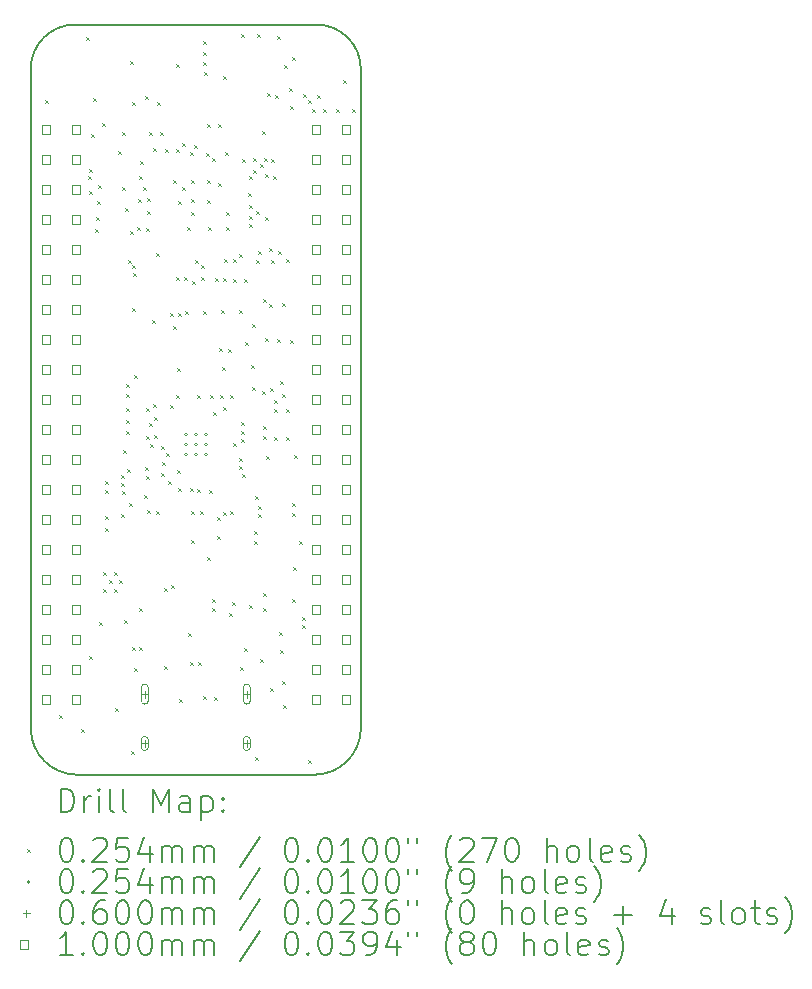
<source format=gbr>
%TF.GenerationSoftware,KiCad,Pcbnew,9.0.2*%
%TF.CreationDate,2025-05-14T22:05:09+05:30*%
%TF.ProjectId,pico2-ice,7069636f-322d-4696-9365-2e6b69636164,REV2*%
%TF.SameCoordinates,Original*%
%TF.FileFunction,Drillmap*%
%TF.FilePolarity,Positive*%
%FSLAX45Y45*%
G04 Gerber Fmt 4.5, Leading zero omitted, Abs format (unit mm)*
G04 Created by KiCad (PCBNEW 9.0.2) date 2025-05-14 22:05:09*
%MOMM*%
%LPD*%
G01*
G04 APERTURE LIST*
%ADD10C,0.127000*%
%ADD11C,0.200000*%
%ADD12C,0.100000*%
G04 APERTURE END LIST*
D10*
X8255000Y-13462000D02*
X6223000Y-13462000D01*
X8636000Y-7493000D02*
X8636000Y-13081000D01*
X6223000Y-7112000D02*
X8255000Y-7112000D01*
X5842000Y-13081000D02*
X5842000Y-7493000D01*
X6223000Y-13462000D02*
G75*
G02*
X5842000Y-13081000I10950J391950D01*
G01*
X5842000Y-7493000D02*
G75*
G02*
X6223000Y-7112000I375430J5570D01*
G01*
X8255000Y-7112000D02*
G75*
G02*
X8636000Y-7493000I5570J-375430D01*
G01*
X8636000Y-13081000D02*
G75*
G02*
X8255000Y-13462000I-391950J10950D01*
G01*
D11*
D12*
X5959872Y-7752887D02*
X5985272Y-7778287D01*
X5985272Y-7752887D02*
X5959872Y-7778287D01*
X6081792Y-12954807D02*
X6107192Y-12980207D01*
X6107192Y-12954807D02*
X6081792Y-12980207D01*
X6264672Y-13076727D02*
X6290072Y-13102127D01*
X6290072Y-13076727D02*
X6264672Y-13102127D01*
X6312872Y-7216207D02*
X6338272Y-7241607D01*
X6338272Y-7216207D02*
X6312872Y-7241607D01*
X6328172Y-8395507D02*
X6353572Y-8420907D01*
X6353572Y-8395507D02*
X6328172Y-8420907D01*
X6330712Y-8332007D02*
X6356112Y-8357407D01*
X6356112Y-8332007D02*
X6330712Y-8357407D01*
X6332872Y-12456207D02*
X6358272Y-12481607D01*
X6358272Y-12456207D02*
X6332872Y-12481607D01*
X6333252Y-8525047D02*
X6358652Y-8550447D01*
X6358652Y-8525047D02*
X6333252Y-8550447D01*
X6351032Y-8034827D02*
X6376432Y-8060227D01*
X6376432Y-8034827D02*
X6351032Y-8060227D01*
X6368812Y-7730027D02*
X6394212Y-7755427D01*
X6394212Y-7730027D02*
X6368812Y-7755427D01*
X6386592Y-8842547D02*
X6411992Y-8867947D01*
X6411992Y-8842547D02*
X6386592Y-8867947D01*
X6396752Y-8740947D02*
X6422152Y-8766347D01*
X6422152Y-8740947D02*
X6396752Y-8766347D01*
X6404372Y-8608867D02*
X6429772Y-8634267D01*
X6429772Y-8608867D02*
X6404372Y-8634267D01*
X6414012Y-8474007D02*
X6439412Y-8499407D01*
X6439412Y-8474007D02*
X6414012Y-8499407D01*
X6419612Y-12169947D02*
X6445012Y-12195347D01*
X6445012Y-12169947D02*
X6419612Y-12195347D01*
X6447552Y-7948467D02*
X6472952Y-7973867D01*
X6472952Y-7948467D02*
X6447552Y-7973867D01*
X6455172Y-11745767D02*
X6480572Y-11771167D01*
X6480572Y-11745767D02*
X6455172Y-11771167D01*
X6455172Y-11888007D02*
X6480572Y-11913407D01*
X6480572Y-11888007D02*
X6455172Y-11913407D01*
X6469721Y-10980536D02*
X6495121Y-11005936D01*
X6495121Y-10980536D02*
X6469721Y-11005936D01*
X6470412Y-11049807D02*
X6495812Y-11075207D01*
X6495812Y-11049807D02*
X6470412Y-11075207D01*
X6472872Y-11276207D02*
X6498272Y-11301607D01*
X6498272Y-11276207D02*
X6472872Y-11301607D01*
X6472872Y-11376207D02*
X6498272Y-11401607D01*
X6498272Y-11376207D02*
X6472872Y-11401607D01*
X6500892Y-11816887D02*
X6526292Y-11842287D01*
X6526292Y-11816887D02*
X6500892Y-11842287D01*
X6544072Y-11745767D02*
X6569472Y-11771167D01*
X6569472Y-11745767D02*
X6544072Y-11771167D01*
X6544072Y-11888007D02*
X6569472Y-11913407D01*
X6569472Y-11888007D02*
X6544072Y-11913407D01*
X6556772Y-12896387D02*
X6582172Y-12921787D01*
X6582172Y-12896387D02*
X6556772Y-12921787D01*
X6579632Y-8179607D02*
X6605032Y-8205007D01*
X6605032Y-8179607D02*
X6579632Y-8205007D01*
X6592332Y-11816887D02*
X6617732Y-11842287D01*
X6617732Y-11816887D02*
X6592332Y-11842287D01*
X6602872Y-11256207D02*
X6628272Y-11281607D01*
X6628272Y-11256207D02*
X6602872Y-11281607D01*
X6605032Y-10925347D02*
X6630432Y-10950747D01*
X6630432Y-10925347D02*
X6605032Y-10950747D01*
X6605032Y-10993927D02*
X6630432Y-11019327D01*
X6630432Y-10993927D02*
X6605032Y-11019327D01*
X6610112Y-11059967D02*
X6635512Y-11085367D01*
X6635512Y-11059967D02*
X6610112Y-11085367D01*
X6612652Y-8489487D02*
X6638052Y-8514887D01*
X6638052Y-8489487D02*
X6612652Y-8514887D01*
X6615192Y-8024667D02*
X6640592Y-8050067D01*
X6640592Y-8024667D02*
X6615192Y-8050067D01*
X6625352Y-10715300D02*
X6650752Y-10740700D01*
X6650752Y-10715300D02*
X6625352Y-10740700D01*
X6632872Y-12156207D02*
X6658272Y-12181607D01*
X6658272Y-12156207D02*
X6632872Y-12181607D01*
X6638052Y-8664747D02*
X6663452Y-8690147D01*
X6663452Y-8664747D02*
X6638052Y-8690147D01*
X6645672Y-10158267D02*
X6671072Y-10183667D01*
X6671072Y-10158267D02*
X6645672Y-10183667D01*
X6648212Y-10239547D02*
X6673612Y-10264947D01*
X6673612Y-10239547D02*
X6648212Y-10264947D01*
X6648212Y-10457987D02*
X6673612Y-10483387D01*
X6673612Y-10457987D02*
X6648212Y-10483387D01*
X6650752Y-10356387D02*
X6676152Y-10381787D01*
X6676152Y-10356387D02*
X6650752Y-10381787D01*
X6650752Y-10554507D02*
X6676152Y-10579907D01*
X6676152Y-10554507D02*
X6650752Y-10579907D01*
X6653292Y-10877087D02*
X6678692Y-10902487D01*
X6678692Y-10877087D02*
X6653292Y-10902487D01*
X6660912Y-9104167D02*
X6686312Y-9129567D01*
X6686312Y-9104167D02*
X6660912Y-9129567D01*
X6674206Y-11164702D02*
X6699606Y-11190102D01*
X6699606Y-11164702D02*
X6674206Y-11190102D01*
X6681232Y-8857787D02*
X6706632Y-8883187D01*
X6706632Y-8857787D02*
X6681232Y-8883187D01*
X6683772Y-7422687D02*
X6709172Y-7448087D01*
X6709172Y-7422687D02*
X6683772Y-7448087D01*
X6691392Y-13264687D02*
X6716792Y-13290087D01*
X6716792Y-13264687D02*
X6691392Y-13290087D01*
X6696472Y-12383307D02*
X6721872Y-12408707D01*
X6721872Y-12383307D02*
X6696472Y-12408707D01*
X6699012Y-7770667D02*
X6724412Y-7796067D01*
X6724412Y-7770667D02*
X6699012Y-7796067D01*
X6701552Y-9510567D02*
X6726952Y-9535967D01*
X6726952Y-9510567D02*
X6701552Y-9535967D01*
X6703099Y-9151628D02*
X6728499Y-9177028D01*
X6728499Y-9151628D02*
X6703099Y-9177028D01*
X6704092Y-9218467D02*
X6729492Y-9243867D01*
X6729492Y-9218467D02*
X6704092Y-9243867D01*
X6712872Y-10076987D02*
X6738272Y-10102387D01*
X6738272Y-10076987D02*
X6712872Y-10102387D01*
X6712872Y-12556207D02*
X6738272Y-12581607D01*
X6738272Y-12556207D02*
X6712872Y-12581607D01*
X6744732Y-8829847D02*
X6770132Y-8855247D01*
X6770132Y-8829847D02*
X6744732Y-8855247D01*
X6747272Y-8586007D02*
X6772672Y-8611407D01*
X6772672Y-8586007D02*
X6747272Y-8611407D01*
X6759972Y-12055647D02*
X6785372Y-12081047D01*
X6785372Y-12055647D02*
X6759972Y-12081047D01*
X6759972Y-12383307D02*
X6785372Y-12408707D01*
X6785372Y-12383307D02*
X6759972Y-12408707D01*
X6761933Y-8391006D02*
X6787333Y-8416406D01*
X6787333Y-8391006D02*
X6761933Y-8416406D01*
X6765052Y-8271047D02*
X6790452Y-8296447D01*
X6790452Y-8271047D02*
X6765052Y-8296447D01*
X6787912Y-8487207D02*
X6813312Y-8512607D01*
X6813312Y-8487207D02*
X6787912Y-8512607D01*
X6798024Y-11098067D02*
X6823424Y-11123467D01*
X6823424Y-11098067D02*
X6798024Y-11123467D01*
X6805692Y-7719867D02*
X6831092Y-7745267D01*
X6831092Y-7719867D02*
X6805692Y-7745267D01*
X6812606Y-10855033D02*
X6838006Y-10880433D01*
X6838006Y-10855033D02*
X6812606Y-10880433D01*
X6813312Y-8837467D02*
X6838712Y-8862867D01*
X6838712Y-8837467D02*
X6813312Y-8862867D01*
X6813312Y-10938047D02*
X6838712Y-10963447D01*
X6838712Y-10938047D02*
X6813312Y-10963447D01*
X6820932Y-10361467D02*
X6846332Y-10386867D01*
X6846332Y-10361467D02*
X6820932Y-10386867D01*
X6820932Y-10597687D02*
X6846332Y-10623087D01*
X6846332Y-10597687D02*
X6820932Y-10623087D01*
X6828552Y-8583467D02*
X6853952Y-8608867D01*
X6853952Y-8583467D02*
X6828552Y-8608867D01*
X6828552Y-8686407D02*
X6853952Y-8711807D01*
X6853952Y-8686407D02*
X6828552Y-8711807D01*
X6828552Y-11222527D02*
X6853952Y-11247927D01*
X6853952Y-11222527D02*
X6828552Y-11247927D01*
X6841252Y-8022127D02*
X6866652Y-8047527D01*
X6866652Y-8022127D02*
X6841252Y-8047527D01*
X6841252Y-10485927D02*
X6866652Y-10511327D01*
X6866652Y-10485927D02*
X6841252Y-10511327D01*
X6852872Y-10666207D02*
X6878272Y-10691607D01*
X6878272Y-10666207D02*
X6852872Y-10691607D01*
X6870786Y-9614122D02*
X6896186Y-9639522D01*
X6896186Y-9614122D02*
X6870786Y-9639522D01*
X6876812Y-10326207D02*
X6902212Y-10351607D01*
X6902212Y-10326207D02*
X6876812Y-10351607D01*
X6879012Y-8159627D02*
X6904412Y-8185027D01*
X6904412Y-8159627D02*
X6879012Y-8185027D01*
X6886972Y-10435127D02*
X6912372Y-10460527D01*
X6912372Y-10435127D02*
X6886972Y-10460527D01*
X6889212Y-10586207D02*
X6914612Y-10611607D01*
X6914612Y-10586207D02*
X6889212Y-10611607D01*
X6898514Y-9043207D02*
X6923914Y-9068607D01*
X6923914Y-9043207D02*
X6898514Y-9068607D01*
X6899672Y-11232687D02*
X6925072Y-11258087D01*
X6925072Y-11232687D02*
X6899672Y-11258087D01*
X6912372Y-7765587D02*
X6937772Y-7790987D01*
X6937772Y-7765587D02*
X6912372Y-7790987D01*
X6935232Y-8022127D02*
X6960632Y-8047527D01*
X6960632Y-8022127D02*
X6935232Y-8047527D01*
X6940312Y-10905027D02*
X6965712Y-10930427D01*
X6965712Y-10905027D02*
X6940312Y-10930427D01*
X6942872Y-10676207D02*
X6968272Y-10701607D01*
X6968272Y-10676207D02*
X6942872Y-10701607D01*
X6952872Y-10816207D02*
X6978272Y-10841607D01*
X6978272Y-10816207D02*
X6952872Y-10841607D01*
X6973332Y-11885467D02*
X6998732Y-11910867D01*
X6998732Y-11885467D02*
X6973332Y-11910867D01*
X6973332Y-12545867D02*
X6998732Y-12571267D01*
X6998732Y-12545867D02*
X6973332Y-12571267D01*
X6980952Y-8164367D02*
X7006352Y-8189767D01*
X7006352Y-8164367D02*
X6980952Y-8189767D01*
X6982872Y-10736207D02*
X7008272Y-10761607D01*
X7008272Y-10736207D02*
X6982872Y-10761607D01*
X7000580Y-10976147D02*
X7025980Y-11001547D01*
X7025980Y-10976147D02*
X7000580Y-11001547D01*
X7017152Y-10336207D02*
X7042552Y-10361607D01*
X7042552Y-10336207D02*
X7017152Y-10361607D01*
X7022872Y-9556207D02*
X7048272Y-9581607D01*
X7048272Y-9556207D02*
X7022872Y-9581607D01*
X7032872Y-11856207D02*
X7058272Y-11881607D01*
X7058272Y-11856207D02*
X7032872Y-11881607D01*
X7042872Y-9666207D02*
X7068272Y-9691607D01*
X7068272Y-9666207D02*
X7042872Y-9691607D01*
X7046992Y-8431067D02*
X7072392Y-8456467D01*
X7072392Y-8431067D02*
X7046992Y-8456467D01*
X7067312Y-7445547D02*
X7092712Y-7470947D01*
X7092712Y-7445547D02*
X7067312Y-7470947D01*
X7067312Y-9246207D02*
X7092712Y-9271607D01*
X7092712Y-9246207D02*
X7067312Y-9271607D01*
X7072392Y-8166907D02*
X7097792Y-8192307D01*
X7097792Y-8166907D02*
X7072392Y-8192307D01*
X7072872Y-10247167D02*
X7098272Y-10272567D01*
X7098272Y-10247167D02*
X7072872Y-10272567D01*
X7080012Y-10016207D02*
X7105412Y-10041607D01*
X7105412Y-10016207D02*
X7080012Y-10041607D01*
X7080012Y-10882167D02*
X7105412Y-10907567D01*
X7105412Y-10882167D02*
X7080012Y-10907567D01*
X7087632Y-8603787D02*
X7113032Y-8629187D01*
X7113032Y-8603787D02*
X7087632Y-8629187D01*
X7089458Y-9553626D02*
X7114858Y-9579026D01*
X7114858Y-9553626D02*
X7089458Y-9579026D01*
X7092020Y-11039647D02*
X7117420Y-11065047D01*
X7117420Y-11039647D02*
X7092020Y-11065047D01*
X7100332Y-12820187D02*
X7125732Y-12845587D01*
X7125732Y-12820187D02*
X7100332Y-12845587D01*
X7120652Y-8118647D02*
X7146052Y-8144047D01*
X7146052Y-8118647D02*
X7120652Y-8144047D01*
X7125732Y-8486947D02*
X7151132Y-8512347D01*
X7151132Y-8486947D02*
X7125732Y-8512347D01*
X7138432Y-9246407D02*
X7163832Y-9271807D01*
X7163832Y-9246407D02*
X7138432Y-9271807D01*
X7151132Y-9538507D02*
X7176532Y-9563907D01*
X7176532Y-9538507D02*
X7151132Y-9563907D01*
X7163832Y-8827307D02*
X7189232Y-8852707D01*
X7189232Y-8827307D02*
X7163832Y-8852707D01*
X7173992Y-12263927D02*
X7199392Y-12289327D01*
X7199392Y-12263927D02*
X7173992Y-12289327D01*
X7186001Y-8189076D02*
X7211401Y-8214476D01*
X7211401Y-8189076D02*
X7186001Y-8214476D01*
X7186692Y-11039647D02*
X7212092Y-11065047D01*
X7212092Y-11039647D02*
X7186692Y-11065047D01*
X7193851Y-12512847D02*
X7219251Y-12538247D01*
X7219251Y-12512847D02*
X7193851Y-12538247D01*
X7194312Y-8591087D02*
X7219712Y-8616487D01*
X7219712Y-8591087D02*
X7194312Y-8616487D01*
X7194312Y-8695227D02*
X7219712Y-8720627D01*
X7219712Y-8695227D02*
X7194312Y-8720627D01*
X7196852Y-11476527D02*
X7222252Y-11501927D01*
X7222252Y-11476527D02*
X7196852Y-11501927D01*
X7199392Y-8431067D02*
X7224792Y-8456467D01*
X7224792Y-8431067D02*
X7199392Y-8456467D01*
X7199392Y-11232687D02*
X7224792Y-11258087D01*
X7224792Y-11232687D02*
X7199392Y-11258087D01*
X7207012Y-9284507D02*
X7232412Y-9309907D01*
X7232412Y-9284507D02*
X7207012Y-9309907D01*
X7224792Y-8133887D02*
X7250192Y-8159287D01*
X7250192Y-8133887D02*
X7224792Y-8159287D01*
X7229872Y-9104167D02*
X7255272Y-9129567D01*
X7255272Y-9104167D02*
X7229872Y-9129567D01*
X7245112Y-10252247D02*
X7270512Y-10277647D01*
X7270512Y-10252247D02*
X7245112Y-10277647D01*
X7250137Y-11042291D02*
X7275537Y-11067691D01*
X7275537Y-11042291D02*
X7250137Y-11067691D01*
X7258748Y-12512847D02*
X7284148Y-12538247D01*
X7284148Y-12512847D02*
X7258748Y-12538247D01*
X7275592Y-11232687D02*
X7300992Y-11258087D01*
X7300992Y-11232687D02*
X7275592Y-11258087D01*
X7280672Y-9147347D02*
X7306072Y-9172747D01*
X7306072Y-9147347D02*
X7280672Y-9172747D01*
X7283212Y-9246407D02*
X7308612Y-9271807D01*
X7308612Y-9246407D02*
X7283212Y-9271807D01*
X7295912Y-7341407D02*
X7321312Y-7366807D01*
X7321312Y-7341407D02*
X7295912Y-7366807D01*
X7300992Y-7427767D02*
X7326392Y-7453167D01*
X7326392Y-7427767D02*
X7300992Y-7453167D01*
X7300992Y-12799867D02*
X7326392Y-12825267D01*
X7326392Y-12799867D02*
X7300992Y-12825267D01*
X7303532Y-7247427D02*
X7328932Y-7272827D01*
X7328932Y-7247427D02*
X7303532Y-7272827D01*
X7303532Y-9541047D02*
X7328932Y-9566447D01*
X7328932Y-9541047D02*
X7303532Y-9566447D01*
X7311152Y-7515270D02*
X7336552Y-7540670D01*
X7336552Y-7515270D02*
X7311152Y-7540670D01*
X7328932Y-8199927D02*
X7354332Y-8225327D01*
X7354332Y-8199927D02*
X7328932Y-8225327D01*
X7331472Y-8425987D02*
X7356872Y-8451387D01*
X7356872Y-8425987D02*
X7331472Y-8451387D01*
X7331472Y-11623847D02*
X7356872Y-11649247D01*
X7356872Y-11623847D02*
X7331472Y-11649247D01*
X7332945Y-7955055D02*
X7358345Y-7980455D01*
X7358345Y-7955055D02*
X7332945Y-7980455D01*
X7334012Y-8593627D02*
X7359412Y-8619027D01*
X7359412Y-8593627D02*
X7334012Y-8619027D01*
X7339092Y-8827307D02*
X7364492Y-8852707D01*
X7364492Y-8827307D02*
X7339092Y-8852707D01*
X7349252Y-11054887D02*
X7374652Y-11080287D01*
X7374652Y-11054887D02*
X7349252Y-11080287D01*
X7361952Y-10252247D02*
X7387352Y-10277647D01*
X7387352Y-10252247D02*
X7361952Y-10277647D01*
X7372112Y-11974367D02*
X7397512Y-11999767D01*
X7397512Y-11974367D02*
X7372112Y-11999767D01*
X7372112Y-12050567D02*
X7397512Y-12075967D01*
X7397512Y-12050567D02*
X7372112Y-12075967D01*
X7379472Y-8238371D02*
X7404872Y-8263771D01*
X7404872Y-8238371D02*
X7379472Y-8263771D01*
X7382872Y-10396207D02*
X7408272Y-10421607D01*
X7408272Y-10396207D02*
X7382872Y-10421607D01*
X7392432Y-12802407D02*
X7417832Y-12827807D01*
X7417832Y-12802407D02*
X7392432Y-12827807D01*
X7397512Y-9261647D02*
X7422912Y-9287047D01*
X7422912Y-9261647D02*
X7397512Y-9287047D01*
X7414601Y-11442816D02*
X7440001Y-11468216D01*
X7440001Y-11442816D02*
X7414601Y-11468216D01*
X7415292Y-11278407D02*
X7440692Y-11303807D01*
X7440692Y-11278407D02*
X7415292Y-11303807D01*
X7429465Y-7955055D02*
X7454865Y-7980455D01*
X7454865Y-7955055D02*
X7429465Y-7980455D01*
X7430532Y-8456467D02*
X7455932Y-8481867D01*
X7455932Y-8456467D02*
X7430532Y-8481867D01*
X7432872Y-9846207D02*
X7458272Y-9871607D01*
X7458272Y-9846207D02*
X7432872Y-9871607D01*
X7443232Y-10252247D02*
X7468632Y-10277647D01*
X7468632Y-10252247D02*
X7443232Y-10277647D01*
X7450852Y-9528347D02*
X7476252Y-9553747D01*
X7476252Y-9528347D02*
X7450852Y-9553747D01*
X7459212Y-10011365D02*
X7484612Y-10036765D01*
X7484612Y-10011365D02*
X7459212Y-10036765D01*
X7466092Y-10353847D02*
X7491492Y-10379247D01*
X7491492Y-10353847D02*
X7466092Y-10379247D01*
X7466536Y-11240188D02*
X7491936Y-11265588D01*
X7491936Y-11240188D02*
X7466536Y-11265588D01*
X7471172Y-7549687D02*
X7496572Y-7575087D01*
X7496572Y-7549687D02*
X7471172Y-7575087D01*
X7471172Y-9261647D02*
X7496572Y-9287047D01*
X7496572Y-9261647D02*
X7471172Y-9287047D01*
X7481332Y-9096547D02*
X7506732Y-9121947D01*
X7506732Y-9096547D02*
X7481332Y-9121947D01*
X7488952Y-8192307D02*
X7514352Y-8217707D01*
X7514352Y-8192307D02*
X7488952Y-8217707D01*
X7491492Y-8696207D02*
X7516892Y-8721607D01*
X7516892Y-8696207D02*
X7491492Y-8721607D01*
X7491492Y-8827307D02*
X7516892Y-8852707D01*
X7516892Y-8827307D02*
X7491492Y-8852707D01*
X7512872Y-9856207D02*
X7538272Y-9881607D01*
X7538272Y-9856207D02*
X7512872Y-9881607D01*
X7521972Y-12091207D02*
X7547372Y-12116607D01*
X7547372Y-12091207D02*
X7521972Y-12116607D01*
X7529592Y-10252247D02*
X7554992Y-10277647D01*
X7554992Y-10252247D02*
X7529592Y-10277647D01*
X7529592Y-11232687D02*
X7554992Y-11258087D01*
X7554992Y-11232687D02*
X7529592Y-11258087D01*
X7544832Y-12004847D02*
X7570232Y-12030247D01*
X7570232Y-12004847D02*
X7544832Y-12030247D01*
X7552452Y-9266727D02*
X7577852Y-9292127D01*
X7577852Y-9266727D02*
X7552452Y-9292127D01*
X7554992Y-10656107D02*
X7580392Y-10681507D01*
X7580392Y-10656107D02*
X7554992Y-10681507D01*
X7557532Y-9094007D02*
X7582932Y-9119407D01*
X7582932Y-9094007D02*
X7557532Y-9119407D01*
X7600712Y-9528347D02*
X7626112Y-9553747D01*
X7626112Y-9528347D02*
X7600712Y-9553747D01*
X7604091Y-9050827D02*
X7629491Y-9076227D01*
X7629491Y-9050827D02*
X7604091Y-9076227D01*
X7606331Y-10782852D02*
X7631731Y-10808252D01*
X7631731Y-10782852D02*
X7606331Y-10808252D01*
X7606331Y-10847749D02*
X7631731Y-10873149D01*
X7631731Y-10847749D02*
X7606331Y-10873149D01*
X7610872Y-12550947D02*
X7636272Y-12576347D01*
X7636272Y-12550947D02*
X7610872Y-12576347D01*
X7618492Y-10554507D02*
X7643892Y-10579907D01*
X7643892Y-10554507D02*
X7618492Y-10579907D01*
X7621032Y-10475767D02*
X7646432Y-10501167D01*
X7646432Y-10475767D02*
X7621032Y-10501167D01*
X7621032Y-10620547D02*
X7646432Y-10645947D01*
X7646432Y-10620547D02*
X7621032Y-10645947D01*
X7623572Y-7188200D02*
X7648972Y-7213600D01*
X7648972Y-7188200D02*
X7623572Y-7213600D01*
X7626112Y-8250727D02*
X7651512Y-8276127D01*
X7651512Y-8250727D02*
X7626112Y-8276127D01*
X7631192Y-10917727D02*
X7656592Y-10943127D01*
X7656592Y-10917727D02*
X7631192Y-10943127D01*
X7647152Y-9266207D02*
X7672552Y-9291607D01*
X7672552Y-9266207D02*
X7647152Y-9291607D01*
X7648972Y-12393467D02*
X7674372Y-12418867D01*
X7674372Y-12393467D02*
X7648972Y-12418867D01*
X7651512Y-9796207D02*
X7676912Y-9821607D01*
X7676912Y-9796207D02*
X7651512Y-9821607D01*
X7684532Y-8536407D02*
X7709932Y-8561807D01*
X7709932Y-8536407D02*
X7684532Y-8561807D01*
X7688342Y-12026437D02*
X7713742Y-12051837D01*
X7713742Y-12026437D02*
X7688342Y-12051837D01*
X7688805Y-8798335D02*
X7714205Y-8823735D01*
X7714205Y-8798335D02*
X7688805Y-8823735D01*
X7689612Y-8398047D02*
X7715012Y-8423447D01*
X7715012Y-8398047D02*
X7689612Y-8423447D01*
X7689612Y-8733327D02*
X7715012Y-8758727D01*
X7715012Y-8733327D02*
X7689612Y-8758727D01*
X7691345Y-8640855D02*
X7716745Y-8666255D01*
X7716745Y-8640855D02*
X7691345Y-8666255D01*
X7709932Y-9993167D02*
X7735332Y-10018567D01*
X7735332Y-9993167D02*
X7709932Y-10018567D01*
X7715012Y-10181127D02*
X7740412Y-10206527D01*
X7740412Y-10181127D02*
X7715012Y-10206527D01*
X7717872Y-9651207D02*
X7743272Y-9676607D01*
X7743272Y-9651207D02*
X7717872Y-9676607D01*
X7722632Y-8245647D02*
X7748032Y-8271047D01*
X7748032Y-8245647D02*
X7722632Y-8271047D01*
X7725172Y-8339627D02*
X7750572Y-8365027D01*
X7750572Y-8339627D02*
X7725172Y-8365027D01*
X7727712Y-11400327D02*
X7753112Y-11425727D01*
X7753112Y-11400327D02*
X7727712Y-11425727D01*
X7727712Y-11484147D02*
X7753112Y-11509547D01*
X7753112Y-11484147D02*
X7727712Y-11509547D01*
X7742872Y-11106207D02*
X7768272Y-11131607D01*
X7768272Y-11106207D02*
X7742872Y-11131607D01*
X7742952Y-13310407D02*
X7768352Y-13335807D01*
X7768352Y-13310407D02*
X7742952Y-13335807D01*
X7747923Y-9101120D02*
X7773323Y-9126520D01*
X7773323Y-9101120D02*
X7747923Y-9126520D01*
X7748032Y-8687607D02*
X7773432Y-8713007D01*
X7773432Y-8687607D02*
X7748032Y-8713007D01*
X7753112Y-7189007D02*
X7778512Y-7214407D01*
X7778512Y-7189007D02*
X7753112Y-7214407D01*
X7763272Y-11189507D02*
X7788672Y-11214907D01*
X7788672Y-11189507D02*
X7763272Y-11214907D01*
X7765812Y-11255547D02*
X7791212Y-11280947D01*
X7791212Y-11255547D02*
X7765812Y-11280947D01*
X7769852Y-9026207D02*
X7795252Y-9051607D01*
X7795252Y-9026207D02*
X7769852Y-9051607D01*
X7778512Y-12482367D02*
X7803912Y-12507767D01*
X7803912Y-12482367D02*
X7778512Y-12507767D01*
X7781052Y-8293907D02*
X7806452Y-8319307D01*
X7806452Y-8293907D02*
X7781052Y-8319307D01*
X7796292Y-8009427D02*
X7821692Y-8034827D01*
X7821692Y-8009427D02*
X7796292Y-8034827D01*
X7796292Y-10216687D02*
X7821692Y-10242087D01*
X7821692Y-10216687D02*
X7796292Y-10242087D01*
X7803912Y-10513867D02*
X7829312Y-10539267D01*
X7829312Y-10513867D02*
X7803912Y-10539267D01*
X7803912Y-10595147D02*
X7829312Y-10620547D01*
X7829312Y-10595147D02*
X7803912Y-10620547D01*
X7803912Y-12055647D02*
X7829312Y-12081047D01*
X7829312Y-12055647D02*
X7803912Y-12081047D01*
X7807328Y-9437519D02*
X7832728Y-9462919D01*
X7832728Y-9437519D02*
X7807328Y-9462919D01*
X7808992Y-11928647D02*
X7834392Y-11954047D01*
X7834392Y-11928647D02*
X7808992Y-11954047D01*
X7814072Y-8238027D02*
X7839472Y-8263427D01*
X7839472Y-8238027D02*
X7814072Y-8263427D01*
X7824232Y-9764567D02*
X7849632Y-9789967D01*
X7849632Y-9764567D02*
X7824232Y-9789967D01*
X7826772Y-8743487D02*
X7852172Y-8768887D01*
X7852172Y-8743487D02*
X7826772Y-8768887D01*
X7827351Y-8378306D02*
X7852751Y-8403706D01*
X7852751Y-8378306D02*
X7827351Y-8403706D01*
X7829312Y-10765327D02*
X7854712Y-10790727D01*
X7854712Y-10765327D02*
X7829312Y-10790727D01*
X7845054Y-7694467D02*
X7870454Y-7719867D01*
X7870454Y-7694467D02*
X7845054Y-7719867D01*
X7855971Y-9480444D02*
X7881371Y-9505844D01*
X7881371Y-9480444D02*
X7855971Y-9505844D01*
X7861292Y-9006207D02*
X7886692Y-9031607D01*
X7886692Y-9006207D02*
X7861292Y-9031607D01*
X7864872Y-10186207D02*
X7890272Y-10211607D01*
X7890272Y-10186207D02*
X7864872Y-10211607D01*
X7869952Y-12726207D02*
X7895352Y-12751607D01*
X7895352Y-12726207D02*
X7869952Y-12751607D01*
X7872872Y-9106207D02*
X7898272Y-9131607D01*
X7898272Y-9106207D02*
X7872872Y-9131607D01*
X7876966Y-8246777D02*
X7902366Y-8272177D01*
X7902366Y-8246777D02*
X7876966Y-8272177D01*
X7895352Y-8398047D02*
X7920752Y-8423447D01*
X7920752Y-8398047D02*
X7895352Y-8423447D01*
X7902972Y-10290347D02*
X7928372Y-10315747D01*
X7928372Y-10290347D02*
X7902972Y-10315747D01*
X7902972Y-10364007D02*
X7928372Y-10389407D01*
X7928372Y-10364007D02*
X7902972Y-10389407D01*
X7902972Y-10600227D02*
X7928372Y-10625627D01*
X7928372Y-10600227D02*
X7902972Y-10625627D01*
X7906633Y-7709968D02*
X7932033Y-7735368D01*
X7932033Y-7709968D02*
X7906633Y-7735368D01*
X7923292Y-7211867D02*
X7948692Y-7237267D01*
X7948692Y-7211867D02*
X7923292Y-7237267D01*
X7928372Y-9774727D02*
X7953772Y-9800127D01*
X7953772Y-9774727D02*
X7928372Y-9800127D01*
X7932872Y-9026207D02*
X7958272Y-9051607D01*
X7958272Y-9026207D02*
X7932872Y-9051607D01*
X7946152Y-12253767D02*
X7971552Y-12279167D01*
X7971552Y-12253767D02*
X7946152Y-12279167D01*
X7948692Y-12408707D02*
X7974092Y-12434107D01*
X7974092Y-12408707D02*
X7948692Y-12434107D01*
X7951232Y-10127787D02*
X7976632Y-10153187D01*
X7976632Y-10127787D02*
X7951232Y-10153187D01*
X7967872Y-9471207D02*
X7993272Y-9496607D01*
X7993272Y-9471207D02*
X7967872Y-9496607D01*
X7969012Y-10237007D02*
X7994412Y-10262407D01*
X7994412Y-10237007D02*
X7969012Y-10262407D01*
X7971552Y-12670327D02*
X7996952Y-12695727D01*
X7996952Y-12670327D02*
X7971552Y-12695727D01*
X7976632Y-12873527D02*
X8002032Y-12898927D01*
X8002032Y-12873527D02*
X7976632Y-12898927D01*
X7981712Y-7455707D02*
X8007112Y-7481107D01*
X8007112Y-7455707D02*
X7981712Y-7481107D01*
X7999492Y-10369087D02*
X8024892Y-10394487D01*
X8024892Y-10369087D02*
X7999492Y-10394487D01*
X7999492Y-10602767D02*
X8024892Y-10628167D01*
X8024892Y-10602767D02*
X7999492Y-10628167D01*
X8000972Y-9096207D02*
X8026372Y-9121607D01*
X8026372Y-9096207D02*
X8000972Y-9121607D01*
X8029972Y-7648747D02*
X8055372Y-7674147D01*
X8055372Y-7648747D02*
X8029972Y-7674147D01*
X8032512Y-7798607D02*
X8057912Y-7824007D01*
X8057912Y-7798607D02*
X8032512Y-7824007D01*
X8037592Y-9784887D02*
X8062992Y-9810287D01*
X8062992Y-9784887D02*
X8037592Y-9810287D01*
X8050292Y-11245387D02*
X8075692Y-11270787D01*
X8075692Y-11245387D02*
X8050292Y-11270787D01*
X8050292Y-11976907D02*
X8075692Y-12002307D01*
X8075692Y-11976907D02*
X8050292Y-12002307D01*
X8052832Y-11159027D02*
X8078232Y-11184427D01*
X8078232Y-11159027D02*
X8052832Y-11184427D01*
X8052872Y-7386207D02*
X8078272Y-7411607D01*
X8078272Y-7386207D02*
X8052872Y-7411607D01*
X8057912Y-11707667D02*
X8083312Y-11733067D01*
X8083312Y-11707667D02*
X8057912Y-11733067D01*
X8073152Y-10752627D02*
X8098552Y-10778027D01*
X8098552Y-10752627D02*
X8073152Y-10778027D01*
X8116332Y-11484147D02*
X8141732Y-11509547D01*
X8141732Y-11484147D02*
X8116332Y-11509547D01*
X8134112Y-12126767D02*
X8159512Y-12152167D01*
X8159512Y-12126767D02*
X8134112Y-12152167D01*
X8134112Y-12195347D02*
X8159512Y-12220747D01*
X8159512Y-12195347D02*
X8134112Y-12220747D01*
X8144272Y-7697007D02*
X8169672Y-7722407D01*
X8169672Y-7697007D02*
X8144272Y-7722407D01*
X8184912Y-13335807D02*
X8210312Y-13361207D01*
X8210312Y-13335807D02*
X8184912Y-13361207D01*
X8189992Y-7750347D02*
X8215392Y-7775747D01*
X8215392Y-7750347D02*
X8189992Y-7775747D01*
X8220472Y-7826547D02*
X8245872Y-7851947D01*
X8245872Y-7826547D02*
X8220472Y-7851947D01*
X8261112Y-7712247D02*
X8286512Y-7737647D01*
X8286512Y-7712247D02*
X8261112Y-7737647D01*
X8319532Y-7826547D02*
X8344932Y-7851947D01*
X8344932Y-7826547D02*
X8319532Y-7851947D01*
X8423672Y-7829087D02*
X8449072Y-7854487D01*
X8449072Y-7829087D02*
X8423672Y-7854487D01*
X8484632Y-7585247D02*
X8510032Y-7610647D01*
X8510032Y-7585247D02*
X8484632Y-7610647D01*
X8563372Y-7829087D02*
X8588772Y-7854487D01*
X8588772Y-7829087D02*
X8563372Y-7854487D01*
X7166700Y-10583000D02*
G75*
G02*
X7141300Y-10583000I-12700J0D01*
G01*
X7141300Y-10583000D02*
G75*
G02*
X7166700Y-10583000I12700J0D01*
G01*
X7166700Y-10668000D02*
G75*
G02*
X7141300Y-10668000I-12700J0D01*
G01*
X7141300Y-10668000D02*
G75*
G02*
X7166700Y-10668000I12700J0D01*
G01*
X7166700Y-10753000D02*
G75*
G02*
X7141300Y-10753000I-12700J0D01*
G01*
X7141300Y-10753000D02*
G75*
G02*
X7166700Y-10753000I12700J0D01*
G01*
X7251700Y-10583000D02*
G75*
G02*
X7226300Y-10583000I-12700J0D01*
G01*
X7226300Y-10583000D02*
G75*
G02*
X7251700Y-10583000I12700J0D01*
G01*
X7251700Y-10668000D02*
G75*
G02*
X7226300Y-10668000I-12700J0D01*
G01*
X7226300Y-10668000D02*
G75*
G02*
X7251700Y-10668000I12700J0D01*
G01*
X7251700Y-10753000D02*
G75*
G02*
X7226300Y-10753000I-12700J0D01*
G01*
X7226300Y-10753000D02*
G75*
G02*
X7251700Y-10753000I12700J0D01*
G01*
X7336700Y-10583000D02*
G75*
G02*
X7311300Y-10583000I-12700J0D01*
G01*
X7311300Y-10583000D02*
G75*
G02*
X7336700Y-10583000I12700J0D01*
G01*
X7336700Y-10668000D02*
G75*
G02*
X7311300Y-10668000I-12700J0D01*
G01*
X7311300Y-10668000D02*
G75*
G02*
X7336700Y-10668000I12700J0D01*
G01*
X7336700Y-10753000D02*
G75*
G02*
X7311300Y-10753000I-12700J0D01*
G01*
X7311300Y-10753000D02*
G75*
G02*
X7336700Y-10753000I12700J0D01*
G01*
X6807000Y-12750700D02*
X6807000Y-12810700D01*
X6777000Y-12780700D02*
X6837000Y-12780700D01*
X6777000Y-12725700D02*
X6777000Y-12835700D01*
X6837000Y-12835700D02*
G75*
G02*
X6777000Y-12835700I-30000J0D01*
G01*
X6837000Y-12835700D02*
X6837000Y-12725700D01*
X6837000Y-12725700D02*
G75*
G03*
X6777000Y-12725700I-30000J0D01*
G01*
X6807000Y-13168700D02*
X6807000Y-13228700D01*
X6777000Y-13198700D02*
X6837000Y-13198700D01*
X6777000Y-13168700D02*
X6777000Y-13228700D01*
X6837000Y-13228700D02*
G75*
G02*
X6777000Y-13228700I-30000J0D01*
G01*
X6837000Y-13228700D02*
X6837000Y-13168700D01*
X6837000Y-13168700D02*
G75*
G03*
X6777000Y-13168700I-30000J0D01*
G01*
X7671000Y-12750700D02*
X7671000Y-12810700D01*
X7641000Y-12780700D02*
X7701000Y-12780700D01*
X7641000Y-12725700D02*
X7641000Y-12835700D01*
X7701000Y-12835700D02*
G75*
G02*
X7641000Y-12835700I-30000J0D01*
G01*
X7701000Y-12835700D02*
X7701000Y-12725700D01*
X7701000Y-12725700D02*
G75*
G03*
X7641000Y-12725700I-30000J0D01*
G01*
X7671000Y-13168700D02*
X7671000Y-13228700D01*
X7641000Y-13198700D02*
X7701000Y-13198700D01*
X7641000Y-13168700D02*
X7641000Y-13228700D01*
X7701000Y-13228700D02*
G75*
G02*
X7641000Y-13228700I-30000J0D01*
G01*
X7701000Y-13228700D02*
X7701000Y-13168700D01*
X7701000Y-13168700D02*
G75*
G03*
X7641000Y-13168700I-30000J0D01*
G01*
X6004356Y-8036356D02*
X6004356Y-7965644D01*
X5933644Y-7965644D01*
X5933644Y-8036356D01*
X6004356Y-8036356D01*
X6004356Y-8290356D02*
X6004356Y-8219644D01*
X5933644Y-8219644D01*
X5933644Y-8290356D01*
X6004356Y-8290356D01*
X6004356Y-8544356D02*
X6004356Y-8473644D01*
X5933644Y-8473644D01*
X5933644Y-8544356D01*
X6004356Y-8544356D01*
X6004356Y-8798356D02*
X6004356Y-8727644D01*
X5933644Y-8727644D01*
X5933644Y-8798356D01*
X6004356Y-8798356D01*
X6004356Y-9052356D02*
X6004356Y-8981644D01*
X5933644Y-8981644D01*
X5933644Y-9052356D01*
X6004356Y-9052356D01*
X6004356Y-9306356D02*
X6004356Y-9235644D01*
X5933644Y-9235644D01*
X5933644Y-9306356D01*
X6004356Y-9306356D01*
X6004356Y-9560356D02*
X6004356Y-9489644D01*
X5933644Y-9489644D01*
X5933644Y-9560356D01*
X6004356Y-9560356D01*
X6004356Y-9814356D02*
X6004356Y-9743644D01*
X5933644Y-9743644D01*
X5933644Y-9814356D01*
X6004356Y-9814356D01*
X6004356Y-10068356D02*
X6004356Y-9997644D01*
X5933644Y-9997644D01*
X5933644Y-10068356D01*
X6004356Y-10068356D01*
X6004356Y-10322356D02*
X6004356Y-10251644D01*
X5933644Y-10251644D01*
X5933644Y-10322356D01*
X6004356Y-10322356D01*
X6004356Y-10576356D02*
X6004356Y-10505644D01*
X5933644Y-10505644D01*
X5933644Y-10576356D01*
X6004356Y-10576356D01*
X6004356Y-10830356D02*
X6004356Y-10759644D01*
X5933644Y-10759644D01*
X5933644Y-10830356D01*
X6004356Y-10830356D01*
X6004356Y-11084356D02*
X6004356Y-11013644D01*
X5933644Y-11013644D01*
X5933644Y-11084356D01*
X6004356Y-11084356D01*
X6004356Y-11338356D02*
X6004356Y-11267644D01*
X5933644Y-11267644D01*
X5933644Y-11338356D01*
X6004356Y-11338356D01*
X6004356Y-11592356D02*
X6004356Y-11521644D01*
X5933644Y-11521644D01*
X5933644Y-11592356D01*
X6004356Y-11592356D01*
X6004356Y-11846356D02*
X6004356Y-11775644D01*
X5933644Y-11775644D01*
X5933644Y-11846356D01*
X6004356Y-11846356D01*
X6004356Y-12100356D02*
X6004356Y-12029644D01*
X5933644Y-12029644D01*
X5933644Y-12100356D01*
X6004356Y-12100356D01*
X6004356Y-12354356D02*
X6004356Y-12283644D01*
X5933644Y-12283644D01*
X5933644Y-12354356D01*
X6004356Y-12354356D01*
X6004356Y-12608356D02*
X6004356Y-12537644D01*
X5933644Y-12537644D01*
X5933644Y-12608356D01*
X6004356Y-12608356D01*
X6004356Y-12862356D02*
X6004356Y-12791644D01*
X5933644Y-12791644D01*
X5933644Y-12862356D01*
X6004356Y-12862356D01*
X6258356Y-8036356D02*
X6258356Y-7965644D01*
X6187644Y-7965644D01*
X6187644Y-8036356D01*
X6258356Y-8036356D01*
X6258356Y-8290356D02*
X6258356Y-8219644D01*
X6187644Y-8219644D01*
X6187644Y-8290356D01*
X6258356Y-8290356D01*
X6258356Y-8544356D02*
X6258356Y-8473644D01*
X6187644Y-8473644D01*
X6187644Y-8544356D01*
X6258356Y-8544356D01*
X6258356Y-8798356D02*
X6258356Y-8727644D01*
X6187644Y-8727644D01*
X6187644Y-8798356D01*
X6258356Y-8798356D01*
X6258356Y-9052356D02*
X6258356Y-8981644D01*
X6187644Y-8981644D01*
X6187644Y-9052356D01*
X6258356Y-9052356D01*
X6258356Y-9306356D02*
X6258356Y-9235644D01*
X6187644Y-9235644D01*
X6187644Y-9306356D01*
X6258356Y-9306356D01*
X6258356Y-9560356D02*
X6258356Y-9489644D01*
X6187644Y-9489644D01*
X6187644Y-9560356D01*
X6258356Y-9560356D01*
X6258356Y-9814356D02*
X6258356Y-9743644D01*
X6187644Y-9743644D01*
X6187644Y-9814356D01*
X6258356Y-9814356D01*
X6258356Y-10068356D02*
X6258356Y-9997644D01*
X6187644Y-9997644D01*
X6187644Y-10068356D01*
X6258356Y-10068356D01*
X6258356Y-10322356D02*
X6258356Y-10251644D01*
X6187644Y-10251644D01*
X6187644Y-10322356D01*
X6258356Y-10322356D01*
X6258356Y-10576356D02*
X6258356Y-10505644D01*
X6187644Y-10505644D01*
X6187644Y-10576356D01*
X6258356Y-10576356D01*
X6258356Y-10830356D02*
X6258356Y-10759644D01*
X6187644Y-10759644D01*
X6187644Y-10830356D01*
X6258356Y-10830356D01*
X6258356Y-11084356D02*
X6258356Y-11013644D01*
X6187644Y-11013644D01*
X6187644Y-11084356D01*
X6258356Y-11084356D01*
X6258356Y-11338356D02*
X6258356Y-11267644D01*
X6187644Y-11267644D01*
X6187644Y-11338356D01*
X6258356Y-11338356D01*
X6258356Y-11592356D02*
X6258356Y-11521644D01*
X6187644Y-11521644D01*
X6187644Y-11592356D01*
X6258356Y-11592356D01*
X6258356Y-11846356D02*
X6258356Y-11775644D01*
X6187644Y-11775644D01*
X6187644Y-11846356D01*
X6258356Y-11846356D01*
X6258356Y-12100356D02*
X6258356Y-12029644D01*
X6187644Y-12029644D01*
X6187644Y-12100356D01*
X6258356Y-12100356D01*
X6258356Y-12354356D02*
X6258356Y-12283644D01*
X6187644Y-12283644D01*
X6187644Y-12354356D01*
X6258356Y-12354356D01*
X6258356Y-12608356D02*
X6258356Y-12537644D01*
X6187644Y-12537644D01*
X6187644Y-12608356D01*
X6258356Y-12608356D01*
X6258356Y-12862356D02*
X6258356Y-12791644D01*
X6187644Y-12791644D01*
X6187644Y-12862356D01*
X6258356Y-12862356D01*
X8290356Y-8036356D02*
X8290356Y-7965644D01*
X8219644Y-7965644D01*
X8219644Y-8036356D01*
X8290356Y-8036356D01*
X8290356Y-8290356D02*
X8290356Y-8219644D01*
X8219644Y-8219644D01*
X8219644Y-8290356D01*
X8290356Y-8290356D01*
X8290356Y-8544356D02*
X8290356Y-8473644D01*
X8219644Y-8473644D01*
X8219644Y-8544356D01*
X8290356Y-8544356D01*
X8290356Y-8798356D02*
X8290356Y-8727644D01*
X8219644Y-8727644D01*
X8219644Y-8798356D01*
X8290356Y-8798356D01*
X8290356Y-9052356D02*
X8290356Y-8981644D01*
X8219644Y-8981644D01*
X8219644Y-9052356D01*
X8290356Y-9052356D01*
X8290356Y-9306356D02*
X8290356Y-9235644D01*
X8219644Y-9235644D01*
X8219644Y-9306356D01*
X8290356Y-9306356D01*
X8290356Y-9560356D02*
X8290356Y-9489644D01*
X8219644Y-9489644D01*
X8219644Y-9560356D01*
X8290356Y-9560356D01*
X8290356Y-9814356D02*
X8290356Y-9743644D01*
X8219644Y-9743644D01*
X8219644Y-9814356D01*
X8290356Y-9814356D01*
X8290356Y-10068356D02*
X8290356Y-9997644D01*
X8219644Y-9997644D01*
X8219644Y-10068356D01*
X8290356Y-10068356D01*
X8290356Y-10322356D02*
X8290356Y-10251644D01*
X8219644Y-10251644D01*
X8219644Y-10322356D01*
X8290356Y-10322356D01*
X8290356Y-10576356D02*
X8290356Y-10505644D01*
X8219644Y-10505644D01*
X8219644Y-10576356D01*
X8290356Y-10576356D01*
X8290356Y-10830356D02*
X8290356Y-10759644D01*
X8219644Y-10759644D01*
X8219644Y-10830356D01*
X8290356Y-10830356D01*
X8290356Y-11084356D02*
X8290356Y-11013644D01*
X8219644Y-11013644D01*
X8219644Y-11084356D01*
X8290356Y-11084356D01*
X8290356Y-11338356D02*
X8290356Y-11267644D01*
X8219644Y-11267644D01*
X8219644Y-11338356D01*
X8290356Y-11338356D01*
X8290356Y-11592356D02*
X8290356Y-11521644D01*
X8219644Y-11521644D01*
X8219644Y-11592356D01*
X8290356Y-11592356D01*
X8290356Y-11846356D02*
X8290356Y-11775644D01*
X8219644Y-11775644D01*
X8219644Y-11846356D01*
X8290356Y-11846356D01*
X8290356Y-12100356D02*
X8290356Y-12029644D01*
X8219644Y-12029644D01*
X8219644Y-12100356D01*
X8290356Y-12100356D01*
X8290356Y-12354356D02*
X8290356Y-12283644D01*
X8219644Y-12283644D01*
X8219644Y-12354356D01*
X8290356Y-12354356D01*
X8290356Y-12608356D02*
X8290356Y-12537644D01*
X8219644Y-12537644D01*
X8219644Y-12608356D01*
X8290356Y-12608356D01*
X8290356Y-12862356D02*
X8290356Y-12791644D01*
X8219644Y-12791644D01*
X8219644Y-12862356D01*
X8290356Y-12862356D01*
X8544356Y-8036356D02*
X8544356Y-7965644D01*
X8473644Y-7965644D01*
X8473644Y-8036356D01*
X8544356Y-8036356D01*
X8544356Y-8290356D02*
X8544356Y-8219644D01*
X8473644Y-8219644D01*
X8473644Y-8290356D01*
X8544356Y-8290356D01*
X8544356Y-8544356D02*
X8544356Y-8473644D01*
X8473644Y-8473644D01*
X8473644Y-8544356D01*
X8544356Y-8544356D01*
X8544356Y-8798356D02*
X8544356Y-8727644D01*
X8473644Y-8727644D01*
X8473644Y-8798356D01*
X8544356Y-8798356D01*
X8544356Y-9052356D02*
X8544356Y-8981644D01*
X8473644Y-8981644D01*
X8473644Y-9052356D01*
X8544356Y-9052356D01*
X8544356Y-9306356D02*
X8544356Y-9235644D01*
X8473644Y-9235644D01*
X8473644Y-9306356D01*
X8544356Y-9306356D01*
X8544356Y-9560356D02*
X8544356Y-9489644D01*
X8473644Y-9489644D01*
X8473644Y-9560356D01*
X8544356Y-9560356D01*
X8544356Y-9814356D02*
X8544356Y-9743644D01*
X8473644Y-9743644D01*
X8473644Y-9814356D01*
X8544356Y-9814356D01*
X8544356Y-10068356D02*
X8544356Y-9997644D01*
X8473644Y-9997644D01*
X8473644Y-10068356D01*
X8544356Y-10068356D01*
X8544356Y-10322356D02*
X8544356Y-10251644D01*
X8473644Y-10251644D01*
X8473644Y-10322356D01*
X8544356Y-10322356D01*
X8544356Y-10576356D02*
X8544356Y-10505644D01*
X8473644Y-10505644D01*
X8473644Y-10576356D01*
X8544356Y-10576356D01*
X8544356Y-10830356D02*
X8544356Y-10759644D01*
X8473644Y-10759644D01*
X8473644Y-10830356D01*
X8544356Y-10830356D01*
X8544356Y-11084356D02*
X8544356Y-11013644D01*
X8473644Y-11013644D01*
X8473644Y-11084356D01*
X8544356Y-11084356D01*
X8544356Y-11338356D02*
X8544356Y-11267644D01*
X8473644Y-11267644D01*
X8473644Y-11338356D01*
X8544356Y-11338356D01*
X8544356Y-11592356D02*
X8544356Y-11521644D01*
X8473644Y-11521644D01*
X8473644Y-11592356D01*
X8544356Y-11592356D01*
X8544356Y-11846356D02*
X8544356Y-11775644D01*
X8473644Y-11775644D01*
X8473644Y-11846356D01*
X8544356Y-11846356D01*
X8544356Y-12100356D02*
X8544356Y-12029644D01*
X8473644Y-12029644D01*
X8473644Y-12100356D01*
X8544356Y-12100356D01*
X8544356Y-12354356D02*
X8544356Y-12283644D01*
X8473644Y-12283644D01*
X8473644Y-12354356D01*
X8544356Y-12354356D01*
X8544356Y-12608356D02*
X8544356Y-12537644D01*
X8473644Y-12537644D01*
X8473644Y-12608356D01*
X8544356Y-12608356D01*
X8544356Y-12862356D02*
X8544356Y-12791644D01*
X8473644Y-12791644D01*
X8473644Y-12862356D01*
X8544356Y-12862356D01*
D11*
X6096385Y-13779834D02*
X6096385Y-13579834D01*
X6096385Y-13579834D02*
X6144004Y-13579834D01*
X6144004Y-13579834D02*
X6172576Y-13589358D01*
X6172576Y-13589358D02*
X6191624Y-13608405D01*
X6191624Y-13608405D02*
X6201147Y-13627453D01*
X6201147Y-13627453D02*
X6210671Y-13665548D01*
X6210671Y-13665548D02*
X6210671Y-13694119D01*
X6210671Y-13694119D02*
X6201147Y-13732215D01*
X6201147Y-13732215D02*
X6191624Y-13751262D01*
X6191624Y-13751262D02*
X6172576Y-13770310D01*
X6172576Y-13770310D02*
X6144004Y-13779834D01*
X6144004Y-13779834D02*
X6096385Y-13779834D01*
X6296385Y-13779834D02*
X6296385Y-13646500D01*
X6296385Y-13684596D02*
X6305909Y-13665548D01*
X6305909Y-13665548D02*
X6315433Y-13656024D01*
X6315433Y-13656024D02*
X6334481Y-13646500D01*
X6334481Y-13646500D02*
X6353528Y-13646500D01*
X6420195Y-13779834D02*
X6420195Y-13646500D01*
X6420195Y-13579834D02*
X6410671Y-13589358D01*
X6410671Y-13589358D02*
X6420195Y-13598881D01*
X6420195Y-13598881D02*
X6429719Y-13589358D01*
X6429719Y-13589358D02*
X6420195Y-13579834D01*
X6420195Y-13579834D02*
X6420195Y-13598881D01*
X6544004Y-13779834D02*
X6524957Y-13770310D01*
X6524957Y-13770310D02*
X6515433Y-13751262D01*
X6515433Y-13751262D02*
X6515433Y-13579834D01*
X6648766Y-13779834D02*
X6629719Y-13770310D01*
X6629719Y-13770310D02*
X6620195Y-13751262D01*
X6620195Y-13751262D02*
X6620195Y-13579834D01*
X6877338Y-13779834D02*
X6877338Y-13579834D01*
X6877338Y-13579834D02*
X6944005Y-13722691D01*
X6944005Y-13722691D02*
X7010671Y-13579834D01*
X7010671Y-13579834D02*
X7010671Y-13779834D01*
X7191624Y-13779834D02*
X7191624Y-13675072D01*
X7191624Y-13675072D02*
X7182100Y-13656024D01*
X7182100Y-13656024D02*
X7163052Y-13646500D01*
X7163052Y-13646500D02*
X7124957Y-13646500D01*
X7124957Y-13646500D02*
X7105909Y-13656024D01*
X7191624Y-13770310D02*
X7172576Y-13779834D01*
X7172576Y-13779834D02*
X7124957Y-13779834D01*
X7124957Y-13779834D02*
X7105909Y-13770310D01*
X7105909Y-13770310D02*
X7096385Y-13751262D01*
X7096385Y-13751262D02*
X7096385Y-13732215D01*
X7096385Y-13732215D02*
X7105909Y-13713167D01*
X7105909Y-13713167D02*
X7124957Y-13703643D01*
X7124957Y-13703643D02*
X7172576Y-13703643D01*
X7172576Y-13703643D02*
X7191624Y-13694119D01*
X7286862Y-13646500D02*
X7286862Y-13846500D01*
X7286862Y-13656024D02*
X7305909Y-13646500D01*
X7305909Y-13646500D02*
X7344005Y-13646500D01*
X7344005Y-13646500D02*
X7363052Y-13656024D01*
X7363052Y-13656024D02*
X7372576Y-13665548D01*
X7372576Y-13665548D02*
X7382100Y-13684596D01*
X7382100Y-13684596D02*
X7382100Y-13741738D01*
X7382100Y-13741738D02*
X7372576Y-13760786D01*
X7372576Y-13760786D02*
X7363052Y-13770310D01*
X7363052Y-13770310D02*
X7344005Y-13779834D01*
X7344005Y-13779834D02*
X7305909Y-13779834D01*
X7305909Y-13779834D02*
X7286862Y-13770310D01*
X7467814Y-13760786D02*
X7477338Y-13770310D01*
X7477338Y-13770310D02*
X7467814Y-13779834D01*
X7467814Y-13779834D02*
X7458290Y-13770310D01*
X7458290Y-13770310D02*
X7467814Y-13760786D01*
X7467814Y-13760786D02*
X7467814Y-13779834D01*
X7467814Y-13656024D02*
X7477338Y-13665548D01*
X7477338Y-13665548D02*
X7467814Y-13675072D01*
X7467814Y-13675072D02*
X7458290Y-13665548D01*
X7458290Y-13665548D02*
X7467814Y-13656024D01*
X7467814Y-13656024D02*
X7467814Y-13675072D01*
D12*
X5810209Y-14095650D02*
X5835609Y-14121050D01*
X5835609Y-14095650D02*
X5810209Y-14121050D01*
D11*
X6134481Y-13999834D02*
X6153528Y-13999834D01*
X6153528Y-13999834D02*
X6172576Y-14009358D01*
X6172576Y-14009358D02*
X6182100Y-14018881D01*
X6182100Y-14018881D02*
X6191624Y-14037929D01*
X6191624Y-14037929D02*
X6201147Y-14076024D01*
X6201147Y-14076024D02*
X6201147Y-14123643D01*
X6201147Y-14123643D02*
X6191624Y-14161738D01*
X6191624Y-14161738D02*
X6182100Y-14180786D01*
X6182100Y-14180786D02*
X6172576Y-14190310D01*
X6172576Y-14190310D02*
X6153528Y-14199834D01*
X6153528Y-14199834D02*
X6134481Y-14199834D01*
X6134481Y-14199834D02*
X6115433Y-14190310D01*
X6115433Y-14190310D02*
X6105909Y-14180786D01*
X6105909Y-14180786D02*
X6096385Y-14161738D01*
X6096385Y-14161738D02*
X6086862Y-14123643D01*
X6086862Y-14123643D02*
X6086862Y-14076024D01*
X6086862Y-14076024D02*
X6096385Y-14037929D01*
X6096385Y-14037929D02*
X6105909Y-14018881D01*
X6105909Y-14018881D02*
X6115433Y-14009358D01*
X6115433Y-14009358D02*
X6134481Y-13999834D01*
X6286862Y-14180786D02*
X6296385Y-14190310D01*
X6296385Y-14190310D02*
X6286862Y-14199834D01*
X6286862Y-14199834D02*
X6277338Y-14190310D01*
X6277338Y-14190310D02*
X6286862Y-14180786D01*
X6286862Y-14180786D02*
X6286862Y-14199834D01*
X6372576Y-14018881D02*
X6382100Y-14009358D01*
X6382100Y-14009358D02*
X6401147Y-13999834D01*
X6401147Y-13999834D02*
X6448766Y-13999834D01*
X6448766Y-13999834D02*
X6467814Y-14009358D01*
X6467814Y-14009358D02*
X6477338Y-14018881D01*
X6477338Y-14018881D02*
X6486862Y-14037929D01*
X6486862Y-14037929D02*
X6486862Y-14056977D01*
X6486862Y-14056977D02*
X6477338Y-14085548D01*
X6477338Y-14085548D02*
X6363052Y-14199834D01*
X6363052Y-14199834D02*
X6486862Y-14199834D01*
X6667814Y-13999834D02*
X6572576Y-13999834D01*
X6572576Y-13999834D02*
X6563052Y-14095072D01*
X6563052Y-14095072D02*
X6572576Y-14085548D01*
X6572576Y-14085548D02*
X6591624Y-14076024D01*
X6591624Y-14076024D02*
X6639243Y-14076024D01*
X6639243Y-14076024D02*
X6658290Y-14085548D01*
X6658290Y-14085548D02*
X6667814Y-14095072D01*
X6667814Y-14095072D02*
X6677338Y-14114119D01*
X6677338Y-14114119D02*
X6677338Y-14161738D01*
X6677338Y-14161738D02*
X6667814Y-14180786D01*
X6667814Y-14180786D02*
X6658290Y-14190310D01*
X6658290Y-14190310D02*
X6639243Y-14199834D01*
X6639243Y-14199834D02*
X6591624Y-14199834D01*
X6591624Y-14199834D02*
X6572576Y-14190310D01*
X6572576Y-14190310D02*
X6563052Y-14180786D01*
X6848766Y-14066500D02*
X6848766Y-14199834D01*
X6801147Y-13990310D02*
X6753528Y-14133167D01*
X6753528Y-14133167D02*
X6877338Y-14133167D01*
X6953528Y-14199834D02*
X6953528Y-14066500D01*
X6953528Y-14085548D02*
X6963052Y-14076024D01*
X6963052Y-14076024D02*
X6982100Y-14066500D01*
X6982100Y-14066500D02*
X7010671Y-14066500D01*
X7010671Y-14066500D02*
X7029719Y-14076024D01*
X7029719Y-14076024D02*
X7039243Y-14095072D01*
X7039243Y-14095072D02*
X7039243Y-14199834D01*
X7039243Y-14095072D02*
X7048766Y-14076024D01*
X7048766Y-14076024D02*
X7067814Y-14066500D01*
X7067814Y-14066500D02*
X7096385Y-14066500D01*
X7096385Y-14066500D02*
X7115433Y-14076024D01*
X7115433Y-14076024D02*
X7124957Y-14095072D01*
X7124957Y-14095072D02*
X7124957Y-14199834D01*
X7220195Y-14199834D02*
X7220195Y-14066500D01*
X7220195Y-14085548D02*
X7229719Y-14076024D01*
X7229719Y-14076024D02*
X7248766Y-14066500D01*
X7248766Y-14066500D02*
X7277338Y-14066500D01*
X7277338Y-14066500D02*
X7296386Y-14076024D01*
X7296386Y-14076024D02*
X7305909Y-14095072D01*
X7305909Y-14095072D02*
X7305909Y-14199834D01*
X7305909Y-14095072D02*
X7315433Y-14076024D01*
X7315433Y-14076024D02*
X7334481Y-14066500D01*
X7334481Y-14066500D02*
X7363052Y-14066500D01*
X7363052Y-14066500D02*
X7382100Y-14076024D01*
X7382100Y-14076024D02*
X7391624Y-14095072D01*
X7391624Y-14095072D02*
X7391624Y-14199834D01*
X7782100Y-13990310D02*
X7610671Y-14247453D01*
X8039243Y-13999834D02*
X8058290Y-13999834D01*
X8058290Y-13999834D02*
X8077338Y-14009358D01*
X8077338Y-14009358D02*
X8086862Y-14018881D01*
X8086862Y-14018881D02*
X8096386Y-14037929D01*
X8096386Y-14037929D02*
X8105909Y-14076024D01*
X8105909Y-14076024D02*
X8105909Y-14123643D01*
X8105909Y-14123643D02*
X8096386Y-14161738D01*
X8096386Y-14161738D02*
X8086862Y-14180786D01*
X8086862Y-14180786D02*
X8077338Y-14190310D01*
X8077338Y-14190310D02*
X8058290Y-14199834D01*
X8058290Y-14199834D02*
X8039243Y-14199834D01*
X8039243Y-14199834D02*
X8020195Y-14190310D01*
X8020195Y-14190310D02*
X8010671Y-14180786D01*
X8010671Y-14180786D02*
X8001148Y-14161738D01*
X8001148Y-14161738D02*
X7991624Y-14123643D01*
X7991624Y-14123643D02*
X7991624Y-14076024D01*
X7991624Y-14076024D02*
X8001148Y-14037929D01*
X8001148Y-14037929D02*
X8010671Y-14018881D01*
X8010671Y-14018881D02*
X8020195Y-14009358D01*
X8020195Y-14009358D02*
X8039243Y-13999834D01*
X8191624Y-14180786D02*
X8201148Y-14190310D01*
X8201148Y-14190310D02*
X8191624Y-14199834D01*
X8191624Y-14199834D02*
X8182100Y-14190310D01*
X8182100Y-14190310D02*
X8191624Y-14180786D01*
X8191624Y-14180786D02*
X8191624Y-14199834D01*
X8324957Y-13999834D02*
X8344005Y-13999834D01*
X8344005Y-13999834D02*
X8363052Y-14009358D01*
X8363052Y-14009358D02*
X8372576Y-14018881D01*
X8372576Y-14018881D02*
X8382100Y-14037929D01*
X8382100Y-14037929D02*
X8391624Y-14076024D01*
X8391624Y-14076024D02*
X8391624Y-14123643D01*
X8391624Y-14123643D02*
X8382100Y-14161738D01*
X8382100Y-14161738D02*
X8372576Y-14180786D01*
X8372576Y-14180786D02*
X8363052Y-14190310D01*
X8363052Y-14190310D02*
X8344005Y-14199834D01*
X8344005Y-14199834D02*
X8324957Y-14199834D01*
X8324957Y-14199834D02*
X8305909Y-14190310D01*
X8305909Y-14190310D02*
X8296386Y-14180786D01*
X8296386Y-14180786D02*
X8286862Y-14161738D01*
X8286862Y-14161738D02*
X8277338Y-14123643D01*
X8277338Y-14123643D02*
X8277338Y-14076024D01*
X8277338Y-14076024D02*
X8286862Y-14037929D01*
X8286862Y-14037929D02*
X8296386Y-14018881D01*
X8296386Y-14018881D02*
X8305909Y-14009358D01*
X8305909Y-14009358D02*
X8324957Y-13999834D01*
X8582100Y-14199834D02*
X8467814Y-14199834D01*
X8524957Y-14199834D02*
X8524957Y-13999834D01*
X8524957Y-13999834D02*
X8505910Y-14028405D01*
X8505910Y-14028405D02*
X8486862Y-14047453D01*
X8486862Y-14047453D02*
X8467814Y-14056977D01*
X8705910Y-13999834D02*
X8724957Y-13999834D01*
X8724957Y-13999834D02*
X8744005Y-14009358D01*
X8744005Y-14009358D02*
X8753529Y-14018881D01*
X8753529Y-14018881D02*
X8763052Y-14037929D01*
X8763052Y-14037929D02*
X8772576Y-14076024D01*
X8772576Y-14076024D02*
X8772576Y-14123643D01*
X8772576Y-14123643D02*
X8763052Y-14161738D01*
X8763052Y-14161738D02*
X8753529Y-14180786D01*
X8753529Y-14180786D02*
X8744005Y-14190310D01*
X8744005Y-14190310D02*
X8724957Y-14199834D01*
X8724957Y-14199834D02*
X8705910Y-14199834D01*
X8705910Y-14199834D02*
X8686862Y-14190310D01*
X8686862Y-14190310D02*
X8677338Y-14180786D01*
X8677338Y-14180786D02*
X8667814Y-14161738D01*
X8667814Y-14161738D02*
X8658291Y-14123643D01*
X8658291Y-14123643D02*
X8658291Y-14076024D01*
X8658291Y-14076024D02*
X8667814Y-14037929D01*
X8667814Y-14037929D02*
X8677338Y-14018881D01*
X8677338Y-14018881D02*
X8686862Y-14009358D01*
X8686862Y-14009358D02*
X8705910Y-13999834D01*
X8896386Y-13999834D02*
X8915433Y-13999834D01*
X8915433Y-13999834D02*
X8934481Y-14009358D01*
X8934481Y-14009358D02*
X8944005Y-14018881D01*
X8944005Y-14018881D02*
X8953529Y-14037929D01*
X8953529Y-14037929D02*
X8963052Y-14076024D01*
X8963052Y-14076024D02*
X8963052Y-14123643D01*
X8963052Y-14123643D02*
X8953529Y-14161738D01*
X8953529Y-14161738D02*
X8944005Y-14180786D01*
X8944005Y-14180786D02*
X8934481Y-14190310D01*
X8934481Y-14190310D02*
X8915433Y-14199834D01*
X8915433Y-14199834D02*
X8896386Y-14199834D01*
X8896386Y-14199834D02*
X8877338Y-14190310D01*
X8877338Y-14190310D02*
X8867814Y-14180786D01*
X8867814Y-14180786D02*
X8858291Y-14161738D01*
X8858291Y-14161738D02*
X8848767Y-14123643D01*
X8848767Y-14123643D02*
X8848767Y-14076024D01*
X8848767Y-14076024D02*
X8858291Y-14037929D01*
X8858291Y-14037929D02*
X8867814Y-14018881D01*
X8867814Y-14018881D02*
X8877338Y-14009358D01*
X8877338Y-14009358D02*
X8896386Y-13999834D01*
X9039243Y-13999834D02*
X9039243Y-14037929D01*
X9115433Y-13999834D02*
X9115433Y-14037929D01*
X9410672Y-14276024D02*
X9401148Y-14266500D01*
X9401148Y-14266500D02*
X9382100Y-14237929D01*
X9382100Y-14237929D02*
X9372576Y-14218881D01*
X9372576Y-14218881D02*
X9363053Y-14190310D01*
X9363053Y-14190310D02*
X9353529Y-14142691D01*
X9353529Y-14142691D02*
X9353529Y-14104596D01*
X9353529Y-14104596D02*
X9363053Y-14056977D01*
X9363053Y-14056977D02*
X9372576Y-14028405D01*
X9372576Y-14028405D02*
X9382100Y-14009358D01*
X9382100Y-14009358D02*
X9401148Y-13980786D01*
X9401148Y-13980786D02*
X9410672Y-13971262D01*
X9477338Y-14018881D02*
X9486862Y-14009358D01*
X9486862Y-14009358D02*
X9505910Y-13999834D01*
X9505910Y-13999834D02*
X9553529Y-13999834D01*
X9553529Y-13999834D02*
X9572576Y-14009358D01*
X9572576Y-14009358D02*
X9582100Y-14018881D01*
X9582100Y-14018881D02*
X9591624Y-14037929D01*
X9591624Y-14037929D02*
X9591624Y-14056977D01*
X9591624Y-14056977D02*
X9582100Y-14085548D01*
X9582100Y-14085548D02*
X9467814Y-14199834D01*
X9467814Y-14199834D02*
X9591624Y-14199834D01*
X9658291Y-13999834D02*
X9791624Y-13999834D01*
X9791624Y-13999834D02*
X9705910Y-14199834D01*
X9905910Y-13999834D02*
X9924957Y-13999834D01*
X9924957Y-13999834D02*
X9944005Y-14009358D01*
X9944005Y-14009358D02*
X9953529Y-14018881D01*
X9953529Y-14018881D02*
X9963053Y-14037929D01*
X9963053Y-14037929D02*
X9972576Y-14076024D01*
X9972576Y-14076024D02*
X9972576Y-14123643D01*
X9972576Y-14123643D02*
X9963053Y-14161738D01*
X9963053Y-14161738D02*
X9953529Y-14180786D01*
X9953529Y-14180786D02*
X9944005Y-14190310D01*
X9944005Y-14190310D02*
X9924957Y-14199834D01*
X9924957Y-14199834D02*
X9905910Y-14199834D01*
X9905910Y-14199834D02*
X9886862Y-14190310D01*
X9886862Y-14190310D02*
X9877338Y-14180786D01*
X9877338Y-14180786D02*
X9867814Y-14161738D01*
X9867814Y-14161738D02*
X9858291Y-14123643D01*
X9858291Y-14123643D02*
X9858291Y-14076024D01*
X9858291Y-14076024D02*
X9867814Y-14037929D01*
X9867814Y-14037929D02*
X9877338Y-14018881D01*
X9877338Y-14018881D02*
X9886862Y-14009358D01*
X9886862Y-14009358D02*
X9905910Y-13999834D01*
X10210672Y-14199834D02*
X10210672Y-13999834D01*
X10296386Y-14199834D02*
X10296386Y-14095072D01*
X10296386Y-14095072D02*
X10286862Y-14076024D01*
X10286862Y-14076024D02*
X10267815Y-14066500D01*
X10267815Y-14066500D02*
X10239243Y-14066500D01*
X10239243Y-14066500D02*
X10220195Y-14076024D01*
X10220195Y-14076024D02*
X10210672Y-14085548D01*
X10420195Y-14199834D02*
X10401148Y-14190310D01*
X10401148Y-14190310D02*
X10391624Y-14180786D01*
X10391624Y-14180786D02*
X10382100Y-14161738D01*
X10382100Y-14161738D02*
X10382100Y-14104596D01*
X10382100Y-14104596D02*
X10391624Y-14085548D01*
X10391624Y-14085548D02*
X10401148Y-14076024D01*
X10401148Y-14076024D02*
X10420195Y-14066500D01*
X10420195Y-14066500D02*
X10448767Y-14066500D01*
X10448767Y-14066500D02*
X10467815Y-14076024D01*
X10467815Y-14076024D02*
X10477338Y-14085548D01*
X10477338Y-14085548D02*
X10486862Y-14104596D01*
X10486862Y-14104596D02*
X10486862Y-14161738D01*
X10486862Y-14161738D02*
X10477338Y-14180786D01*
X10477338Y-14180786D02*
X10467815Y-14190310D01*
X10467815Y-14190310D02*
X10448767Y-14199834D01*
X10448767Y-14199834D02*
X10420195Y-14199834D01*
X10601148Y-14199834D02*
X10582100Y-14190310D01*
X10582100Y-14190310D02*
X10572576Y-14171262D01*
X10572576Y-14171262D02*
X10572576Y-13999834D01*
X10753529Y-14190310D02*
X10734481Y-14199834D01*
X10734481Y-14199834D02*
X10696386Y-14199834D01*
X10696386Y-14199834D02*
X10677338Y-14190310D01*
X10677338Y-14190310D02*
X10667815Y-14171262D01*
X10667815Y-14171262D02*
X10667815Y-14095072D01*
X10667815Y-14095072D02*
X10677338Y-14076024D01*
X10677338Y-14076024D02*
X10696386Y-14066500D01*
X10696386Y-14066500D02*
X10734481Y-14066500D01*
X10734481Y-14066500D02*
X10753529Y-14076024D01*
X10753529Y-14076024D02*
X10763053Y-14095072D01*
X10763053Y-14095072D02*
X10763053Y-14114119D01*
X10763053Y-14114119D02*
X10667815Y-14133167D01*
X10839243Y-14190310D02*
X10858291Y-14199834D01*
X10858291Y-14199834D02*
X10896386Y-14199834D01*
X10896386Y-14199834D02*
X10915434Y-14190310D01*
X10915434Y-14190310D02*
X10924957Y-14171262D01*
X10924957Y-14171262D02*
X10924957Y-14161738D01*
X10924957Y-14161738D02*
X10915434Y-14142691D01*
X10915434Y-14142691D02*
X10896386Y-14133167D01*
X10896386Y-14133167D02*
X10867815Y-14133167D01*
X10867815Y-14133167D02*
X10848767Y-14123643D01*
X10848767Y-14123643D02*
X10839243Y-14104596D01*
X10839243Y-14104596D02*
X10839243Y-14095072D01*
X10839243Y-14095072D02*
X10848767Y-14076024D01*
X10848767Y-14076024D02*
X10867815Y-14066500D01*
X10867815Y-14066500D02*
X10896386Y-14066500D01*
X10896386Y-14066500D02*
X10915434Y-14076024D01*
X10991624Y-14276024D02*
X11001148Y-14266500D01*
X11001148Y-14266500D02*
X11020196Y-14237929D01*
X11020196Y-14237929D02*
X11029719Y-14218881D01*
X11029719Y-14218881D02*
X11039243Y-14190310D01*
X11039243Y-14190310D02*
X11048767Y-14142691D01*
X11048767Y-14142691D02*
X11048767Y-14104596D01*
X11048767Y-14104596D02*
X11039243Y-14056977D01*
X11039243Y-14056977D02*
X11029719Y-14028405D01*
X11029719Y-14028405D02*
X11020196Y-14009358D01*
X11020196Y-14009358D02*
X11001148Y-13980786D01*
X11001148Y-13980786D02*
X10991624Y-13971262D01*
D12*
X5835609Y-14372350D02*
G75*
G02*
X5810209Y-14372350I-12700J0D01*
G01*
X5810209Y-14372350D02*
G75*
G02*
X5835609Y-14372350I12700J0D01*
G01*
D11*
X6134481Y-14263834D02*
X6153528Y-14263834D01*
X6153528Y-14263834D02*
X6172576Y-14273358D01*
X6172576Y-14273358D02*
X6182100Y-14282881D01*
X6182100Y-14282881D02*
X6191624Y-14301929D01*
X6191624Y-14301929D02*
X6201147Y-14340024D01*
X6201147Y-14340024D02*
X6201147Y-14387643D01*
X6201147Y-14387643D02*
X6191624Y-14425738D01*
X6191624Y-14425738D02*
X6182100Y-14444786D01*
X6182100Y-14444786D02*
X6172576Y-14454310D01*
X6172576Y-14454310D02*
X6153528Y-14463834D01*
X6153528Y-14463834D02*
X6134481Y-14463834D01*
X6134481Y-14463834D02*
X6115433Y-14454310D01*
X6115433Y-14454310D02*
X6105909Y-14444786D01*
X6105909Y-14444786D02*
X6096385Y-14425738D01*
X6096385Y-14425738D02*
X6086862Y-14387643D01*
X6086862Y-14387643D02*
X6086862Y-14340024D01*
X6086862Y-14340024D02*
X6096385Y-14301929D01*
X6096385Y-14301929D02*
X6105909Y-14282881D01*
X6105909Y-14282881D02*
X6115433Y-14273358D01*
X6115433Y-14273358D02*
X6134481Y-14263834D01*
X6286862Y-14444786D02*
X6296385Y-14454310D01*
X6296385Y-14454310D02*
X6286862Y-14463834D01*
X6286862Y-14463834D02*
X6277338Y-14454310D01*
X6277338Y-14454310D02*
X6286862Y-14444786D01*
X6286862Y-14444786D02*
X6286862Y-14463834D01*
X6372576Y-14282881D02*
X6382100Y-14273358D01*
X6382100Y-14273358D02*
X6401147Y-14263834D01*
X6401147Y-14263834D02*
X6448766Y-14263834D01*
X6448766Y-14263834D02*
X6467814Y-14273358D01*
X6467814Y-14273358D02*
X6477338Y-14282881D01*
X6477338Y-14282881D02*
X6486862Y-14301929D01*
X6486862Y-14301929D02*
X6486862Y-14320977D01*
X6486862Y-14320977D02*
X6477338Y-14349548D01*
X6477338Y-14349548D02*
X6363052Y-14463834D01*
X6363052Y-14463834D02*
X6486862Y-14463834D01*
X6667814Y-14263834D02*
X6572576Y-14263834D01*
X6572576Y-14263834D02*
X6563052Y-14359072D01*
X6563052Y-14359072D02*
X6572576Y-14349548D01*
X6572576Y-14349548D02*
X6591624Y-14340024D01*
X6591624Y-14340024D02*
X6639243Y-14340024D01*
X6639243Y-14340024D02*
X6658290Y-14349548D01*
X6658290Y-14349548D02*
X6667814Y-14359072D01*
X6667814Y-14359072D02*
X6677338Y-14378119D01*
X6677338Y-14378119D02*
X6677338Y-14425738D01*
X6677338Y-14425738D02*
X6667814Y-14444786D01*
X6667814Y-14444786D02*
X6658290Y-14454310D01*
X6658290Y-14454310D02*
X6639243Y-14463834D01*
X6639243Y-14463834D02*
X6591624Y-14463834D01*
X6591624Y-14463834D02*
X6572576Y-14454310D01*
X6572576Y-14454310D02*
X6563052Y-14444786D01*
X6848766Y-14330500D02*
X6848766Y-14463834D01*
X6801147Y-14254310D02*
X6753528Y-14397167D01*
X6753528Y-14397167D02*
X6877338Y-14397167D01*
X6953528Y-14463834D02*
X6953528Y-14330500D01*
X6953528Y-14349548D02*
X6963052Y-14340024D01*
X6963052Y-14340024D02*
X6982100Y-14330500D01*
X6982100Y-14330500D02*
X7010671Y-14330500D01*
X7010671Y-14330500D02*
X7029719Y-14340024D01*
X7029719Y-14340024D02*
X7039243Y-14359072D01*
X7039243Y-14359072D02*
X7039243Y-14463834D01*
X7039243Y-14359072D02*
X7048766Y-14340024D01*
X7048766Y-14340024D02*
X7067814Y-14330500D01*
X7067814Y-14330500D02*
X7096385Y-14330500D01*
X7096385Y-14330500D02*
X7115433Y-14340024D01*
X7115433Y-14340024D02*
X7124957Y-14359072D01*
X7124957Y-14359072D02*
X7124957Y-14463834D01*
X7220195Y-14463834D02*
X7220195Y-14330500D01*
X7220195Y-14349548D02*
X7229719Y-14340024D01*
X7229719Y-14340024D02*
X7248766Y-14330500D01*
X7248766Y-14330500D02*
X7277338Y-14330500D01*
X7277338Y-14330500D02*
X7296386Y-14340024D01*
X7296386Y-14340024D02*
X7305909Y-14359072D01*
X7305909Y-14359072D02*
X7305909Y-14463834D01*
X7305909Y-14359072D02*
X7315433Y-14340024D01*
X7315433Y-14340024D02*
X7334481Y-14330500D01*
X7334481Y-14330500D02*
X7363052Y-14330500D01*
X7363052Y-14330500D02*
X7382100Y-14340024D01*
X7382100Y-14340024D02*
X7391624Y-14359072D01*
X7391624Y-14359072D02*
X7391624Y-14463834D01*
X7782100Y-14254310D02*
X7610671Y-14511453D01*
X8039243Y-14263834D02*
X8058290Y-14263834D01*
X8058290Y-14263834D02*
X8077338Y-14273358D01*
X8077338Y-14273358D02*
X8086862Y-14282881D01*
X8086862Y-14282881D02*
X8096386Y-14301929D01*
X8096386Y-14301929D02*
X8105909Y-14340024D01*
X8105909Y-14340024D02*
X8105909Y-14387643D01*
X8105909Y-14387643D02*
X8096386Y-14425738D01*
X8096386Y-14425738D02*
X8086862Y-14444786D01*
X8086862Y-14444786D02*
X8077338Y-14454310D01*
X8077338Y-14454310D02*
X8058290Y-14463834D01*
X8058290Y-14463834D02*
X8039243Y-14463834D01*
X8039243Y-14463834D02*
X8020195Y-14454310D01*
X8020195Y-14454310D02*
X8010671Y-14444786D01*
X8010671Y-14444786D02*
X8001148Y-14425738D01*
X8001148Y-14425738D02*
X7991624Y-14387643D01*
X7991624Y-14387643D02*
X7991624Y-14340024D01*
X7991624Y-14340024D02*
X8001148Y-14301929D01*
X8001148Y-14301929D02*
X8010671Y-14282881D01*
X8010671Y-14282881D02*
X8020195Y-14273358D01*
X8020195Y-14273358D02*
X8039243Y-14263834D01*
X8191624Y-14444786D02*
X8201148Y-14454310D01*
X8201148Y-14454310D02*
X8191624Y-14463834D01*
X8191624Y-14463834D02*
X8182100Y-14454310D01*
X8182100Y-14454310D02*
X8191624Y-14444786D01*
X8191624Y-14444786D02*
X8191624Y-14463834D01*
X8324957Y-14263834D02*
X8344005Y-14263834D01*
X8344005Y-14263834D02*
X8363052Y-14273358D01*
X8363052Y-14273358D02*
X8372576Y-14282881D01*
X8372576Y-14282881D02*
X8382100Y-14301929D01*
X8382100Y-14301929D02*
X8391624Y-14340024D01*
X8391624Y-14340024D02*
X8391624Y-14387643D01*
X8391624Y-14387643D02*
X8382100Y-14425738D01*
X8382100Y-14425738D02*
X8372576Y-14444786D01*
X8372576Y-14444786D02*
X8363052Y-14454310D01*
X8363052Y-14454310D02*
X8344005Y-14463834D01*
X8344005Y-14463834D02*
X8324957Y-14463834D01*
X8324957Y-14463834D02*
X8305909Y-14454310D01*
X8305909Y-14454310D02*
X8296386Y-14444786D01*
X8296386Y-14444786D02*
X8286862Y-14425738D01*
X8286862Y-14425738D02*
X8277338Y-14387643D01*
X8277338Y-14387643D02*
X8277338Y-14340024D01*
X8277338Y-14340024D02*
X8286862Y-14301929D01*
X8286862Y-14301929D02*
X8296386Y-14282881D01*
X8296386Y-14282881D02*
X8305909Y-14273358D01*
X8305909Y-14273358D02*
X8324957Y-14263834D01*
X8582100Y-14463834D02*
X8467814Y-14463834D01*
X8524957Y-14463834D02*
X8524957Y-14263834D01*
X8524957Y-14263834D02*
X8505910Y-14292405D01*
X8505910Y-14292405D02*
X8486862Y-14311453D01*
X8486862Y-14311453D02*
X8467814Y-14320977D01*
X8705910Y-14263834D02*
X8724957Y-14263834D01*
X8724957Y-14263834D02*
X8744005Y-14273358D01*
X8744005Y-14273358D02*
X8753529Y-14282881D01*
X8753529Y-14282881D02*
X8763052Y-14301929D01*
X8763052Y-14301929D02*
X8772576Y-14340024D01*
X8772576Y-14340024D02*
X8772576Y-14387643D01*
X8772576Y-14387643D02*
X8763052Y-14425738D01*
X8763052Y-14425738D02*
X8753529Y-14444786D01*
X8753529Y-14444786D02*
X8744005Y-14454310D01*
X8744005Y-14454310D02*
X8724957Y-14463834D01*
X8724957Y-14463834D02*
X8705910Y-14463834D01*
X8705910Y-14463834D02*
X8686862Y-14454310D01*
X8686862Y-14454310D02*
X8677338Y-14444786D01*
X8677338Y-14444786D02*
X8667814Y-14425738D01*
X8667814Y-14425738D02*
X8658291Y-14387643D01*
X8658291Y-14387643D02*
X8658291Y-14340024D01*
X8658291Y-14340024D02*
X8667814Y-14301929D01*
X8667814Y-14301929D02*
X8677338Y-14282881D01*
X8677338Y-14282881D02*
X8686862Y-14273358D01*
X8686862Y-14273358D02*
X8705910Y-14263834D01*
X8896386Y-14263834D02*
X8915433Y-14263834D01*
X8915433Y-14263834D02*
X8934481Y-14273358D01*
X8934481Y-14273358D02*
X8944005Y-14282881D01*
X8944005Y-14282881D02*
X8953529Y-14301929D01*
X8953529Y-14301929D02*
X8963052Y-14340024D01*
X8963052Y-14340024D02*
X8963052Y-14387643D01*
X8963052Y-14387643D02*
X8953529Y-14425738D01*
X8953529Y-14425738D02*
X8944005Y-14444786D01*
X8944005Y-14444786D02*
X8934481Y-14454310D01*
X8934481Y-14454310D02*
X8915433Y-14463834D01*
X8915433Y-14463834D02*
X8896386Y-14463834D01*
X8896386Y-14463834D02*
X8877338Y-14454310D01*
X8877338Y-14454310D02*
X8867814Y-14444786D01*
X8867814Y-14444786D02*
X8858291Y-14425738D01*
X8858291Y-14425738D02*
X8848767Y-14387643D01*
X8848767Y-14387643D02*
X8848767Y-14340024D01*
X8848767Y-14340024D02*
X8858291Y-14301929D01*
X8858291Y-14301929D02*
X8867814Y-14282881D01*
X8867814Y-14282881D02*
X8877338Y-14273358D01*
X8877338Y-14273358D02*
X8896386Y-14263834D01*
X9039243Y-14263834D02*
X9039243Y-14301929D01*
X9115433Y-14263834D02*
X9115433Y-14301929D01*
X9410672Y-14540024D02*
X9401148Y-14530500D01*
X9401148Y-14530500D02*
X9382100Y-14501929D01*
X9382100Y-14501929D02*
X9372576Y-14482881D01*
X9372576Y-14482881D02*
X9363053Y-14454310D01*
X9363053Y-14454310D02*
X9353529Y-14406691D01*
X9353529Y-14406691D02*
X9353529Y-14368596D01*
X9353529Y-14368596D02*
X9363053Y-14320977D01*
X9363053Y-14320977D02*
X9372576Y-14292405D01*
X9372576Y-14292405D02*
X9382100Y-14273358D01*
X9382100Y-14273358D02*
X9401148Y-14244786D01*
X9401148Y-14244786D02*
X9410672Y-14235262D01*
X9496386Y-14463834D02*
X9534481Y-14463834D01*
X9534481Y-14463834D02*
X9553529Y-14454310D01*
X9553529Y-14454310D02*
X9563053Y-14444786D01*
X9563053Y-14444786D02*
X9582100Y-14416215D01*
X9582100Y-14416215D02*
X9591624Y-14378119D01*
X9591624Y-14378119D02*
X9591624Y-14301929D01*
X9591624Y-14301929D02*
X9582100Y-14282881D01*
X9582100Y-14282881D02*
X9572576Y-14273358D01*
X9572576Y-14273358D02*
X9553529Y-14263834D01*
X9553529Y-14263834D02*
X9515433Y-14263834D01*
X9515433Y-14263834D02*
X9496386Y-14273358D01*
X9496386Y-14273358D02*
X9486862Y-14282881D01*
X9486862Y-14282881D02*
X9477338Y-14301929D01*
X9477338Y-14301929D02*
X9477338Y-14349548D01*
X9477338Y-14349548D02*
X9486862Y-14368596D01*
X9486862Y-14368596D02*
X9496386Y-14378119D01*
X9496386Y-14378119D02*
X9515433Y-14387643D01*
X9515433Y-14387643D02*
X9553529Y-14387643D01*
X9553529Y-14387643D02*
X9572576Y-14378119D01*
X9572576Y-14378119D02*
X9582100Y-14368596D01*
X9582100Y-14368596D02*
X9591624Y-14349548D01*
X9829719Y-14463834D02*
X9829719Y-14263834D01*
X9915434Y-14463834D02*
X9915434Y-14359072D01*
X9915434Y-14359072D02*
X9905910Y-14340024D01*
X9905910Y-14340024D02*
X9886862Y-14330500D01*
X9886862Y-14330500D02*
X9858291Y-14330500D01*
X9858291Y-14330500D02*
X9839243Y-14340024D01*
X9839243Y-14340024D02*
X9829719Y-14349548D01*
X10039243Y-14463834D02*
X10020195Y-14454310D01*
X10020195Y-14454310D02*
X10010672Y-14444786D01*
X10010672Y-14444786D02*
X10001148Y-14425738D01*
X10001148Y-14425738D02*
X10001148Y-14368596D01*
X10001148Y-14368596D02*
X10010672Y-14349548D01*
X10010672Y-14349548D02*
X10020195Y-14340024D01*
X10020195Y-14340024D02*
X10039243Y-14330500D01*
X10039243Y-14330500D02*
X10067815Y-14330500D01*
X10067815Y-14330500D02*
X10086862Y-14340024D01*
X10086862Y-14340024D02*
X10096386Y-14349548D01*
X10096386Y-14349548D02*
X10105910Y-14368596D01*
X10105910Y-14368596D02*
X10105910Y-14425738D01*
X10105910Y-14425738D02*
X10096386Y-14444786D01*
X10096386Y-14444786D02*
X10086862Y-14454310D01*
X10086862Y-14454310D02*
X10067815Y-14463834D01*
X10067815Y-14463834D02*
X10039243Y-14463834D01*
X10220195Y-14463834D02*
X10201148Y-14454310D01*
X10201148Y-14454310D02*
X10191624Y-14435262D01*
X10191624Y-14435262D02*
X10191624Y-14263834D01*
X10372576Y-14454310D02*
X10353529Y-14463834D01*
X10353529Y-14463834D02*
X10315434Y-14463834D01*
X10315434Y-14463834D02*
X10296386Y-14454310D01*
X10296386Y-14454310D02*
X10286862Y-14435262D01*
X10286862Y-14435262D02*
X10286862Y-14359072D01*
X10286862Y-14359072D02*
X10296386Y-14340024D01*
X10296386Y-14340024D02*
X10315434Y-14330500D01*
X10315434Y-14330500D02*
X10353529Y-14330500D01*
X10353529Y-14330500D02*
X10372576Y-14340024D01*
X10372576Y-14340024D02*
X10382100Y-14359072D01*
X10382100Y-14359072D02*
X10382100Y-14378119D01*
X10382100Y-14378119D02*
X10286862Y-14397167D01*
X10458291Y-14454310D02*
X10477338Y-14463834D01*
X10477338Y-14463834D02*
X10515434Y-14463834D01*
X10515434Y-14463834D02*
X10534481Y-14454310D01*
X10534481Y-14454310D02*
X10544005Y-14435262D01*
X10544005Y-14435262D02*
X10544005Y-14425738D01*
X10544005Y-14425738D02*
X10534481Y-14406691D01*
X10534481Y-14406691D02*
X10515434Y-14397167D01*
X10515434Y-14397167D02*
X10486862Y-14397167D01*
X10486862Y-14397167D02*
X10467815Y-14387643D01*
X10467815Y-14387643D02*
X10458291Y-14368596D01*
X10458291Y-14368596D02*
X10458291Y-14359072D01*
X10458291Y-14359072D02*
X10467815Y-14340024D01*
X10467815Y-14340024D02*
X10486862Y-14330500D01*
X10486862Y-14330500D02*
X10515434Y-14330500D01*
X10515434Y-14330500D02*
X10534481Y-14340024D01*
X10610672Y-14540024D02*
X10620196Y-14530500D01*
X10620196Y-14530500D02*
X10639243Y-14501929D01*
X10639243Y-14501929D02*
X10648767Y-14482881D01*
X10648767Y-14482881D02*
X10658291Y-14454310D01*
X10658291Y-14454310D02*
X10667815Y-14406691D01*
X10667815Y-14406691D02*
X10667815Y-14368596D01*
X10667815Y-14368596D02*
X10658291Y-14320977D01*
X10658291Y-14320977D02*
X10648767Y-14292405D01*
X10648767Y-14292405D02*
X10639243Y-14273358D01*
X10639243Y-14273358D02*
X10620196Y-14244786D01*
X10620196Y-14244786D02*
X10610672Y-14235262D01*
D12*
X5805609Y-14606350D02*
X5805609Y-14666350D01*
X5775609Y-14636350D02*
X5835609Y-14636350D01*
D11*
X6134481Y-14527834D02*
X6153528Y-14527834D01*
X6153528Y-14527834D02*
X6172576Y-14537358D01*
X6172576Y-14537358D02*
X6182100Y-14546881D01*
X6182100Y-14546881D02*
X6191624Y-14565929D01*
X6191624Y-14565929D02*
X6201147Y-14604024D01*
X6201147Y-14604024D02*
X6201147Y-14651643D01*
X6201147Y-14651643D02*
X6191624Y-14689738D01*
X6191624Y-14689738D02*
X6182100Y-14708786D01*
X6182100Y-14708786D02*
X6172576Y-14718310D01*
X6172576Y-14718310D02*
X6153528Y-14727834D01*
X6153528Y-14727834D02*
X6134481Y-14727834D01*
X6134481Y-14727834D02*
X6115433Y-14718310D01*
X6115433Y-14718310D02*
X6105909Y-14708786D01*
X6105909Y-14708786D02*
X6096385Y-14689738D01*
X6096385Y-14689738D02*
X6086862Y-14651643D01*
X6086862Y-14651643D02*
X6086862Y-14604024D01*
X6086862Y-14604024D02*
X6096385Y-14565929D01*
X6096385Y-14565929D02*
X6105909Y-14546881D01*
X6105909Y-14546881D02*
X6115433Y-14537358D01*
X6115433Y-14537358D02*
X6134481Y-14527834D01*
X6286862Y-14708786D02*
X6296385Y-14718310D01*
X6296385Y-14718310D02*
X6286862Y-14727834D01*
X6286862Y-14727834D02*
X6277338Y-14718310D01*
X6277338Y-14718310D02*
X6286862Y-14708786D01*
X6286862Y-14708786D02*
X6286862Y-14727834D01*
X6467814Y-14527834D02*
X6429719Y-14527834D01*
X6429719Y-14527834D02*
X6410671Y-14537358D01*
X6410671Y-14537358D02*
X6401147Y-14546881D01*
X6401147Y-14546881D02*
X6382100Y-14575453D01*
X6382100Y-14575453D02*
X6372576Y-14613548D01*
X6372576Y-14613548D02*
X6372576Y-14689738D01*
X6372576Y-14689738D02*
X6382100Y-14708786D01*
X6382100Y-14708786D02*
X6391624Y-14718310D01*
X6391624Y-14718310D02*
X6410671Y-14727834D01*
X6410671Y-14727834D02*
X6448766Y-14727834D01*
X6448766Y-14727834D02*
X6467814Y-14718310D01*
X6467814Y-14718310D02*
X6477338Y-14708786D01*
X6477338Y-14708786D02*
X6486862Y-14689738D01*
X6486862Y-14689738D02*
X6486862Y-14642119D01*
X6486862Y-14642119D02*
X6477338Y-14623072D01*
X6477338Y-14623072D02*
X6467814Y-14613548D01*
X6467814Y-14613548D02*
X6448766Y-14604024D01*
X6448766Y-14604024D02*
X6410671Y-14604024D01*
X6410671Y-14604024D02*
X6391624Y-14613548D01*
X6391624Y-14613548D02*
X6382100Y-14623072D01*
X6382100Y-14623072D02*
X6372576Y-14642119D01*
X6610671Y-14527834D02*
X6629719Y-14527834D01*
X6629719Y-14527834D02*
X6648766Y-14537358D01*
X6648766Y-14537358D02*
X6658290Y-14546881D01*
X6658290Y-14546881D02*
X6667814Y-14565929D01*
X6667814Y-14565929D02*
X6677338Y-14604024D01*
X6677338Y-14604024D02*
X6677338Y-14651643D01*
X6677338Y-14651643D02*
X6667814Y-14689738D01*
X6667814Y-14689738D02*
X6658290Y-14708786D01*
X6658290Y-14708786D02*
X6648766Y-14718310D01*
X6648766Y-14718310D02*
X6629719Y-14727834D01*
X6629719Y-14727834D02*
X6610671Y-14727834D01*
X6610671Y-14727834D02*
X6591624Y-14718310D01*
X6591624Y-14718310D02*
X6582100Y-14708786D01*
X6582100Y-14708786D02*
X6572576Y-14689738D01*
X6572576Y-14689738D02*
X6563052Y-14651643D01*
X6563052Y-14651643D02*
X6563052Y-14604024D01*
X6563052Y-14604024D02*
X6572576Y-14565929D01*
X6572576Y-14565929D02*
X6582100Y-14546881D01*
X6582100Y-14546881D02*
X6591624Y-14537358D01*
X6591624Y-14537358D02*
X6610671Y-14527834D01*
X6801147Y-14527834D02*
X6820195Y-14527834D01*
X6820195Y-14527834D02*
X6839243Y-14537358D01*
X6839243Y-14537358D02*
X6848766Y-14546881D01*
X6848766Y-14546881D02*
X6858290Y-14565929D01*
X6858290Y-14565929D02*
X6867814Y-14604024D01*
X6867814Y-14604024D02*
X6867814Y-14651643D01*
X6867814Y-14651643D02*
X6858290Y-14689738D01*
X6858290Y-14689738D02*
X6848766Y-14708786D01*
X6848766Y-14708786D02*
X6839243Y-14718310D01*
X6839243Y-14718310D02*
X6820195Y-14727834D01*
X6820195Y-14727834D02*
X6801147Y-14727834D01*
X6801147Y-14727834D02*
X6782100Y-14718310D01*
X6782100Y-14718310D02*
X6772576Y-14708786D01*
X6772576Y-14708786D02*
X6763052Y-14689738D01*
X6763052Y-14689738D02*
X6753528Y-14651643D01*
X6753528Y-14651643D02*
X6753528Y-14604024D01*
X6753528Y-14604024D02*
X6763052Y-14565929D01*
X6763052Y-14565929D02*
X6772576Y-14546881D01*
X6772576Y-14546881D02*
X6782100Y-14537358D01*
X6782100Y-14537358D02*
X6801147Y-14527834D01*
X6953528Y-14727834D02*
X6953528Y-14594500D01*
X6953528Y-14613548D02*
X6963052Y-14604024D01*
X6963052Y-14604024D02*
X6982100Y-14594500D01*
X6982100Y-14594500D02*
X7010671Y-14594500D01*
X7010671Y-14594500D02*
X7029719Y-14604024D01*
X7029719Y-14604024D02*
X7039243Y-14623072D01*
X7039243Y-14623072D02*
X7039243Y-14727834D01*
X7039243Y-14623072D02*
X7048766Y-14604024D01*
X7048766Y-14604024D02*
X7067814Y-14594500D01*
X7067814Y-14594500D02*
X7096385Y-14594500D01*
X7096385Y-14594500D02*
X7115433Y-14604024D01*
X7115433Y-14604024D02*
X7124957Y-14623072D01*
X7124957Y-14623072D02*
X7124957Y-14727834D01*
X7220195Y-14727834D02*
X7220195Y-14594500D01*
X7220195Y-14613548D02*
X7229719Y-14604024D01*
X7229719Y-14604024D02*
X7248766Y-14594500D01*
X7248766Y-14594500D02*
X7277338Y-14594500D01*
X7277338Y-14594500D02*
X7296386Y-14604024D01*
X7296386Y-14604024D02*
X7305909Y-14623072D01*
X7305909Y-14623072D02*
X7305909Y-14727834D01*
X7305909Y-14623072D02*
X7315433Y-14604024D01*
X7315433Y-14604024D02*
X7334481Y-14594500D01*
X7334481Y-14594500D02*
X7363052Y-14594500D01*
X7363052Y-14594500D02*
X7382100Y-14604024D01*
X7382100Y-14604024D02*
X7391624Y-14623072D01*
X7391624Y-14623072D02*
X7391624Y-14727834D01*
X7782100Y-14518310D02*
X7610671Y-14775453D01*
X8039243Y-14527834D02*
X8058290Y-14527834D01*
X8058290Y-14527834D02*
X8077338Y-14537358D01*
X8077338Y-14537358D02*
X8086862Y-14546881D01*
X8086862Y-14546881D02*
X8096386Y-14565929D01*
X8096386Y-14565929D02*
X8105909Y-14604024D01*
X8105909Y-14604024D02*
X8105909Y-14651643D01*
X8105909Y-14651643D02*
X8096386Y-14689738D01*
X8096386Y-14689738D02*
X8086862Y-14708786D01*
X8086862Y-14708786D02*
X8077338Y-14718310D01*
X8077338Y-14718310D02*
X8058290Y-14727834D01*
X8058290Y-14727834D02*
X8039243Y-14727834D01*
X8039243Y-14727834D02*
X8020195Y-14718310D01*
X8020195Y-14718310D02*
X8010671Y-14708786D01*
X8010671Y-14708786D02*
X8001148Y-14689738D01*
X8001148Y-14689738D02*
X7991624Y-14651643D01*
X7991624Y-14651643D02*
X7991624Y-14604024D01*
X7991624Y-14604024D02*
X8001148Y-14565929D01*
X8001148Y-14565929D02*
X8010671Y-14546881D01*
X8010671Y-14546881D02*
X8020195Y-14537358D01*
X8020195Y-14537358D02*
X8039243Y-14527834D01*
X8191624Y-14708786D02*
X8201148Y-14718310D01*
X8201148Y-14718310D02*
X8191624Y-14727834D01*
X8191624Y-14727834D02*
X8182100Y-14718310D01*
X8182100Y-14718310D02*
X8191624Y-14708786D01*
X8191624Y-14708786D02*
X8191624Y-14727834D01*
X8324957Y-14527834D02*
X8344005Y-14527834D01*
X8344005Y-14527834D02*
X8363052Y-14537358D01*
X8363052Y-14537358D02*
X8372576Y-14546881D01*
X8372576Y-14546881D02*
X8382100Y-14565929D01*
X8382100Y-14565929D02*
X8391624Y-14604024D01*
X8391624Y-14604024D02*
X8391624Y-14651643D01*
X8391624Y-14651643D02*
X8382100Y-14689738D01*
X8382100Y-14689738D02*
X8372576Y-14708786D01*
X8372576Y-14708786D02*
X8363052Y-14718310D01*
X8363052Y-14718310D02*
X8344005Y-14727834D01*
X8344005Y-14727834D02*
X8324957Y-14727834D01*
X8324957Y-14727834D02*
X8305909Y-14718310D01*
X8305909Y-14718310D02*
X8296386Y-14708786D01*
X8296386Y-14708786D02*
X8286862Y-14689738D01*
X8286862Y-14689738D02*
X8277338Y-14651643D01*
X8277338Y-14651643D02*
X8277338Y-14604024D01*
X8277338Y-14604024D02*
X8286862Y-14565929D01*
X8286862Y-14565929D02*
X8296386Y-14546881D01*
X8296386Y-14546881D02*
X8305909Y-14537358D01*
X8305909Y-14537358D02*
X8324957Y-14527834D01*
X8467814Y-14546881D02*
X8477338Y-14537358D01*
X8477338Y-14537358D02*
X8496386Y-14527834D01*
X8496386Y-14527834D02*
X8544005Y-14527834D01*
X8544005Y-14527834D02*
X8563052Y-14537358D01*
X8563052Y-14537358D02*
X8572576Y-14546881D01*
X8572576Y-14546881D02*
X8582100Y-14565929D01*
X8582100Y-14565929D02*
X8582100Y-14584977D01*
X8582100Y-14584977D02*
X8572576Y-14613548D01*
X8572576Y-14613548D02*
X8458291Y-14727834D01*
X8458291Y-14727834D02*
X8582100Y-14727834D01*
X8648767Y-14527834D02*
X8772576Y-14527834D01*
X8772576Y-14527834D02*
X8705910Y-14604024D01*
X8705910Y-14604024D02*
X8734481Y-14604024D01*
X8734481Y-14604024D02*
X8753529Y-14613548D01*
X8753529Y-14613548D02*
X8763052Y-14623072D01*
X8763052Y-14623072D02*
X8772576Y-14642119D01*
X8772576Y-14642119D02*
X8772576Y-14689738D01*
X8772576Y-14689738D02*
X8763052Y-14708786D01*
X8763052Y-14708786D02*
X8753529Y-14718310D01*
X8753529Y-14718310D02*
X8734481Y-14727834D01*
X8734481Y-14727834D02*
X8677338Y-14727834D01*
X8677338Y-14727834D02*
X8658291Y-14718310D01*
X8658291Y-14718310D02*
X8648767Y-14708786D01*
X8944005Y-14527834D02*
X8905910Y-14527834D01*
X8905910Y-14527834D02*
X8886862Y-14537358D01*
X8886862Y-14537358D02*
X8877338Y-14546881D01*
X8877338Y-14546881D02*
X8858291Y-14575453D01*
X8858291Y-14575453D02*
X8848767Y-14613548D01*
X8848767Y-14613548D02*
X8848767Y-14689738D01*
X8848767Y-14689738D02*
X8858291Y-14708786D01*
X8858291Y-14708786D02*
X8867814Y-14718310D01*
X8867814Y-14718310D02*
X8886862Y-14727834D01*
X8886862Y-14727834D02*
X8924957Y-14727834D01*
X8924957Y-14727834D02*
X8944005Y-14718310D01*
X8944005Y-14718310D02*
X8953529Y-14708786D01*
X8953529Y-14708786D02*
X8963052Y-14689738D01*
X8963052Y-14689738D02*
X8963052Y-14642119D01*
X8963052Y-14642119D02*
X8953529Y-14623072D01*
X8953529Y-14623072D02*
X8944005Y-14613548D01*
X8944005Y-14613548D02*
X8924957Y-14604024D01*
X8924957Y-14604024D02*
X8886862Y-14604024D01*
X8886862Y-14604024D02*
X8867814Y-14613548D01*
X8867814Y-14613548D02*
X8858291Y-14623072D01*
X8858291Y-14623072D02*
X8848767Y-14642119D01*
X9039243Y-14527834D02*
X9039243Y-14565929D01*
X9115433Y-14527834D02*
X9115433Y-14565929D01*
X9410672Y-14804024D02*
X9401148Y-14794500D01*
X9401148Y-14794500D02*
X9382100Y-14765929D01*
X9382100Y-14765929D02*
X9372576Y-14746881D01*
X9372576Y-14746881D02*
X9363053Y-14718310D01*
X9363053Y-14718310D02*
X9353529Y-14670691D01*
X9353529Y-14670691D02*
X9353529Y-14632596D01*
X9353529Y-14632596D02*
X9363053Y-14584977D01*
X9363053Y-14584977D02*
X9372576Y-14556405D01*
X9372576Y-14556405D02*
X9382100Y-14537358D01*
X9382100Y-14537358D02*
X9401148Y-14508786D01*
X9401148Y-14508786D02*
X9410672Y-14499262D01*
X9524957Y-14527834D02*
X9544005Y-14527834D01*
X9544005Y-14527834D02*
X9563053Y-14537358D01*
X9563053Y-14537358D02*
X9572576Y-14546881D01*
X9572576Y-14546881D02*
X9582100Y-14565929D01*
X9582100Y-14565929D02*
X9591624Y-14604024D01*
X9591624Y-14604024D02*
X9591624Y-14651643D01*
X9591624Y-14651643D02*
X9582100Y-14689738D01*
X9582100Y-14689738D02*
X9572576Y-14708786D01*
X9572576Y-14708786D02*
X9563053Y-14718310D01*
X9563053Y-14718310D02*
X9544005Y-14727834D01*
X9544005Y-14727834D02*
X9524957Y-14727834D01*
X9524957Y-14727834D02*
X9505910Y-14718310D01*
X9505910Y-14718310D02*
X9496386Y-14708786D01*
X9496386Y-14708786D02*
X9486862Y-14689738D01*
X9486862Y-14689738D02*
X9477338Y-14651643D01*
X9477338Y-14651643D02*
X9477338Y-14604024D01*
X9477338Y-14604024D02*
X9486862Y-14565929D01*
X9486862Y-14565929D02*
X9496386Y-14546881D01*
X9496386Y-14546881D02*
X9505910Y-14537358D01*
X9505910Y-14537358D02*
X9524957Y-14527834D01*
X9829719Y-14727834D02*
X9829719Y-14527834D01*
X9915434Y-14727834D02*
X9915434Y-14623072D01*
X9915434Y-14623072D02*
X9905910Y-14604024D01*
X9905910Y-14604024D02*
X9886862Y-14594500D01*
X9886862Y-14594500D02*
X9858291Y-14594500D01*
X9858291Y-14594500D02*
X9839243Y-14604024D01*
X9839243Y-14604024D02*
X9829719Y-14613548D01*
X10039243Y-14727834D02*
X10020195Y-14718310D01*
X10020195Y-14718310D02*
X10010672Y-14708786D01*
X10010672Y-14708786D02*
X10001148Y-14689738D01*
X10001148Y-14689738D02*
X10001148Y-14632596D01*
X10001148Y-14632596D02*
X10010672Y-14613548D01*
X10010672Y-14613548D02*
X10020195Y-14604024D01*
X10020195Y-14604024D02*
X10039243Y-14594500D01*
X10039243Y-14594500D02*
X10067815Y-14594500D01*
X10067815Y-14594500D02*
X10086862Y-14604024D01*
X10086862Y-14604024D02*
X10096386Y-14613548D01*
X10096386Y-14613548D02*
X10105910Y-14632596D01*
X10105910Y-14632596D02*
X10105910Y-14689738D01*
X10105910Y-14689738D02*
X10096386Y-14708786D01*
X10096386Y-14708786D02*
X10086862Y-14718310D01*
X10086862Y-14718310D02*
X10067815Y-14727834D01*
X10067815Y-14727834D02*
X10039243Y-14727834D01*
X10220195Y-14727834D02*
X10201148Y-14718310D01*
X10201148Y-14718310D02*
X10191624Y-14699262D01*
X10191624Y-14699262D02*
X10191624Y-14527834D01*
X10372576Y-14718310D02*
X10353529Y-14727834D01*
X10353529Y-14727834D02*
X10315434Y-14727834D01*
X10315434Y-14727834D02*
X10296386Y-14718310D01*
X10296386Y-14718310D02*
X10286862Y-14699262D01*
X10286862Y-14699262D02*
X10286862Y-14623072D01*
X10286862Y-14623072D02*
X10296386Y-14604024D01*
X10296386Y-14604024D02*
X10315434Y-14594500D01*
X10315434Y-14594500D02*
X10353529Y-14594500D01*
X10353529Y-14594500D02*
X10372576Y-14604024D01*
X10372576Y-14604024D02*
X10382100Y-14623072D01*
X10382100Y-14623072D02*
X10382100Y-14642119D01*
X10382100Y-14642119D02*
X10286862Y-14661167D01*
X10458291Y-14718310D02*
X10477338Y-14727834D01*
X10477338Y-14727834D02*
X10515434Y-14727834D01*
X10515434Y-14727834D02*
X10534481Y-14718310D01*
X10534481Y-14718310D02*
X10544005Y-14699262D01*
X10544005Y-14699262D02*
X10544005Y-14689738D01*
X10544005Y-14689738D02*
X10534481Y-14670691D01*
X10534481Y-14670691D02*
X10515434Y-14661167D01*
X10515434Y-14661167D02*
X10486862Y-14661167D01*
X10486862Y-14661167D02*
X10467815Y-14651643D01*
X10467815Y-14651643D02*
X10458291Y-14632596D01*
X10458291Y-14632596D02*
X10458291Y-14623072D01*
X10458291Y-14623072D02*
X10467815Y-14604024D01*
X10467815Y-14604024D02*
X10486862Y-14594500D01*
X10486862Y-14594500D02*
X10515434Y-14594500D01*
X10515434Y-14594500D02*
X10534481Y-14604024D01*
X10782100Y-14651643D02*
X10934481Y-14651643D01*
X10858291Y-14727834D02*
X10858291Y-14575453D01*
X11267815Y-14594500D02*
X11267815Y-14727834D01*
X11220195Y-14518310D02*
X11172577Y-14661167D01*
X11172577Y-14661167D02*
X11296386Y-14661167D01*
X11515434Y-14718310D02*
X11534481Y-14727834D01*
X11534481Y-14727834D02*
X11572576Y-14727834D01*
X11572576Y-14727834D02*
X11591624Y-14718310D01*
X11591624Y-14718310D02*
X11601148Y-14699262D01*
X11601148Y-14699262D02*
X11601148Y-14689738D01*
X11601148Y-14689738D02*
X11591624Y-14670691D01*
X11591624Y-14670691D02*
X11572576Y-14661167D01*
X11572576Y-14661167D02*
X11544005Y-14661167D01*
X11544005Y-14661167D02*
X11524957Y-14651643D01*
X11524957Y-14651643D02*
X11515434Y-14632596D01*
X11515434Y-14632596D02*
X11515434Y-14623072D01*
X11515434Y-14623072D02*
X11524957Y-14604024D01*
X11524957Y-14604024D02*
X11544005Y-14594500D01*
X11544005Y-14594500D02*
X11572576Y-14594500D01*
X11572576Y-14594500D02*
X11591624Y-14604024D01*
X11715434Y-14727834D02*
X11696386Y-14718310D01*
X11696386Y-14718310D02*
X11686862Y-14699262D01*
X11686862Y-14699262D02*
X11686862Y-14527834D01*
X11820196Y-14727834D02*
X11801148Y-14718310D01*
X11801148Y-14718310D02*
X11791624Y-14708786D01*
X11791624Y-14708786D02*
X11782100Y-14689738D01*
X11782100Y-14689738D02*
X11782100Y-14632596D01*
X11782100Y-14632596D02*
X11791624Y-14613548D01*
X11791624Y-14613548D02*
X11801148Y-14604024D01*
X11801148Y-14604024D02*
X11820196Y-14594500D01*
X11820196Y-14594500D02*
X11848767Y-14594500D01*
X11848767Y-14594500D02*
X11867815Y-14604024D01*
X11867815Y-14604024D02*
X11877338Y-14613548D01*
X11877338Y-14613548D02*
X11886862Y-14632596D01*
X11886862Y-14632596D02*
X11886862Y-14689738D01*
X11886862Y-14689738D02*
X11877338Y-14708786D01*
X11877338Y-14708786D02*
X11867815Y-14718310D01*
X11867815Y-14718310D02*
X11848767Y-14727834D01*
X11848767Y-14727834D02*
X11820196Y-14727834D01*
X11944005Y-14594500D02*
X12020196Y-14594500D01*
X11972577Y-14527834D02*
X11972577Y-14699262D01*
X11972577Y-14699262D02*
X11982100Y-14718310D01*
X11982100Y-14718310D02*
X12001148Y-14727834D01*
X12001148Y-14727834D02*
X12020196Y-14727834D01*
X12077338Y-14718310D02*
X12096386Y-14727834D01*
X12096386Y-14727834D02*
X12134481Y-14727834D01*
X12134481Y-14727834D02*
X12153529Y-14718310D01*
X12153529Y-14718310D02*
X12163053Y-14699262D01*
X12163053Y-14699262D02*
X12163053Y-14689738D01*
X12163053Y-14689738D02*
X12153529Y-14670691D01*
X12153529Y-14670691D02*
X12134481Y-14661167D01*
X12134481Y-14661167D02*
X12105910Y-14661167D01*
X12105910Y-14661167D02*
X12086862Y-14651643D01*
X12086862Y-14651643D02*
X12077338Y-14632596D01*
X12077338Y-14632596D02*
X12077338Y-14623072D01*
X12077338Y-14623072D02*
X12086862Y-14604024D01*
X12086862Y-14604024D02*
X12105910Y-14594500D01*
X12105910Y-14594500D02*
X12134481Y-14594500D01*
X12134481Y-14594500D02*
X12153529Y-14604024D01*
X12229719Y-14804024D02*
X12239243Y-14794500D01*
X12239243Y-14794500D02*
X12258291Y-14765929D01*
X12258291Y-14765929D02*
X12267815Y-14746881D01*
X12267815Y-14746881D02*
X12277338Y-14718310D01*
X12277338Y-14718310D02*
X12286862Y-14670691D01*
X12286862Y-14670691D02*
X12286862Y-14632596D01*
X12286862Y-14632596D02*
X12277338Y-14584977D01*
X12277338Y-14584977D02*
X12267815Y-14556405D01*
X12267815Y-14556405D02*
X12258291Y-14537358D01*
X12258291Y-14537358D02*
X12239243Y-14508786D01*
X12239243Y-14508786D02*
X12229719Y-14499262D01*
D12*
X5820964Y-14935706D02*
X5820964Y-14864994D01*
X5750253Y-14864994D01*
X5750253Y-14935706D01*
X5820964Y-14935706D01*
D11*
X6201147Y-14991834D02*
X6086862Y-14991834D01*
X6144004Y-14991834D02*
X6144004Y-14791834D01*
X6144004Y-14791834D02*
X6124957Y-14820405D01*
X6124957Y-14820405D02*
X6105909Y-14839453D01*
X6105909Y-14839453D02*
X6086862Y-14848977D01*
X6286862Y-14972786D02*
X6296385Y-14982310D01*
X6296385Y-14982310D02*
X6286862Y-14991834D01*
X6286862Y-14991834D02*
X6277338Y-14982310D01*
X6277338Y-14982310D02*
X6286862Y-14972786D01*
X6286862Y-14972786D02*
X6286862Y-14991834D01*
X6420195Y-14791834D02*
X6439243Y-14791834D01*
X6439243Y-14791834D02*
X6458290Y-14801358D01*
X6458290Y-14801358D02*
X6467814Y-14810881D01*
X6467814Y-14810881D02*
X6477338Y-14829929D01*
X6477338Y-14829929D02*
X6486862Y-14868024D01*
X6486862Y-14868024D02*
X6486862Y-14915643D01*
X6486862Y-14915643D02*
X6477338Y-14953738D01*
X6477338Y-14953738D02*
X6467814Y-14972786D01*
X6467814Y-14972786D02*
X6458290Y-14982310D01*
X6458290Y-14982310D02*
X6439243Y-14991834D01*
X6439243Y-14991834D02*
X6420195Y-14991834D01*
X6420195Y-14991834D02*
X6401147Y-14982310D01*
X6401147Y-14982310D02*
X6391624Y-14972786D01*
X6391624Y-14972786D02*
X6382100Y-14953738D01*
X6382100Y-14953738D02*
X6372576Y-14915643D01*
X6372576Y-14915643D02*
X6372576Y-14868024D01*
X6372576Y-14868024D02*
X6382100Y-14829929D01*
X6382100Y-14829929D02*
X6391624Y-14810881D01*
X6391624Y-14810881D02*
X6401147Y-14801358D01*
X6401147Y-14801358D02*
X6420195Y-14791834D01*
X6610671Y-14791834D02*
X6629719Y-14791834D01*
X6629719Y-14791834D02*
X6648766Y-14801358D01*
X6648766Y-14801358D02*
X6658290Y-14810881D01*
X6658290Y-14810881D02*
X6667814Y-14829929D01*
X6667814Y-14829929D02*
X6677338Y-14868024D01*
X6677338Y-14868024D02*
X6677338Y-14915643D01*
X6677338Y-14915643D02*
X6667814Y-14953738D01*
X6667814Y-14953738D02*
X6658290Y-14972786D01*
X6658290Y-14972786D02*
X6648766Y-14982310D01*
X6648766Y-14982310D02*
X6629719Y-14991834D01*
X6629719Y-14991834D02*
X6610671Y-14991834D01*
X6610671Y-14991834D02*
X6591624Y-14982310D01*
X6591624Y-14982310D02*
X6582100Y-14972786D01*
X6582100Y-14972786D02*
X6572576Y-14953738D01*
X6572576Y-14953738D02*
X6563052Y-14915643D01*
X6563052Y-14915643D02*
X6563052Y-14868024D01*
X6563052Y-14868024D02*
X6572576Y-14829929D01*
X6572576Y-14829929D02*
X6582100Y-14810881D01*
X6582100Y-14810881D02*
X6591624Y-14801358D01*
X6591624Y-14801358D02*
X6610671Y-14791834D01*
X6801147Y-14791834D02*
X6820195Y-14791834D01*
X6820195Y-14791834D02*
X6839243Y-14801358D01*
X6839243Y-14801358D02*
X6848766Y-14810881D01*
X6848766Y-14810881D02*
X6858290Y-14829929D01*
X6858290Y-14829929D02*
X6867814Y-14868024D01*
X6867814Y-14868024D02*
X6867814Y-14915643D01*
X6867814Y-14915643D02*
X6858290Y-14953738D01*
X6858290Y-14953738D02*
X6848766Y-14972786D01*
X6848766Y-14972786D02*
X6839243Y-14982310D01*
X6839243Y-14982310D02*
X6820195Y-14991834D01*
X6820195Y-14991834D02*
X6801147Y-14991834D01*
X6801147Y-14991834D02*
X6782100Y-14982310D01*
X6782100Y-14982310D02*
X6772576Y-14972786D01*
X6772576Y-14972786D02*
X6763052Y-14953738D01*
X6763052Y-14953738D02*
X6753528Y-14915643D01*
X6753528Y-14915643D02*
X6753528Y-14868024D01*
X6753528Y-14868024D02*
X6763052Y-14829929D01*
X6763052Y-14829929D02*
X6772576Y-14810881D01*
X6772576Y-14810881D02*
X6782100Y-14801358D01*
X6782100Y-14801358D02*
X6801147Y-14791834D01*
X6953528Y-14991834D02*
X6953528Y-14858500D01*
X6953528Y-14877548D02*
X6963052Y-14868024D01*
X6963052Y-14868024D02*
X6982100Y-14858500D01*
X6982100Y-14858500D02*
X7010671Y-14858500D01*
X7010671Y-14858500D02*
X7029719Y-14868024D01*
X7029719Y-14868024D02*
X7039243Y-14887072D01*
X7039243Y-14887072D02*
X7039243Y-14991834D01*
X7039243Y-14887072D02*
X7048766Y-14868024D01*
X7048766Y-14868024D02*
X7067814Y-14858500D01*
X7067814Y-14858500D02*
X7096385Y-14858500D01*
X7096385Y-14858500D02*
X7115433Y-14868024D01*
X7115433Y-14868024D02*
X7124957Y-14887072D01*
X7124957Y-14887072D02*
X7124957Y-14991834D01*
X7220195Y-14991834D02*
X7220195Y-14858500D01*
X7220195Y-14877548D02*
X7229719Y-14868024D01*
X7229719Y-14868024D02*
X7248766Y-14858500D01*
X7248766Y-14858500D02*
X7277338Y-14858500D01*
X7277338Y-14858500D02*
X7296386Y-14868024D01*
X7296386Y-14868024D02*
X7305909Y-14887072D01*
X7305909Y-14887072D02*
X7305909Y-14991834D01*
X7305909Y-14887072D02*
X7315433Y-14868024D01*
X7315433Y-14868024D02*
X7334481Y-14858500D01*
X7334481Y-14858500D02*
X7363052Y-14858500D01*
X7363052Y-14858500D02*
X7382100Y-14868024D01*
X7382100Y-14868024D02*
X7391624Y-14887072D01*
X7391624Y-14887072D02*
X7391624Y-14991834D01*
X7782100Y-14782310D02*
X7610671Y-15039453D01*
X8039243Y-14791834D02*
X8058290Y-14791834D01*
X8058290Y-14791834D02*
X8077338Y-14801358D01*
X8077338Y-14801358D02*
X8086862Y-14810881D01*
X8086862Y-14810881D02*
X8096386Y-14829929D01*
X8096386Y-14829929D02*
X8105909Y-14868024D01*
X8105909Y-14868024D02*
X8105909Y-14915643D01*
X8105909Y-14915643D02*
X8096386Y-14953738D01*
X8096386Y-14953738D02*
X8086862Y-14972786D01*
X8086862Y-14972786D02*
X8077338Y-14982310D01*
X8077338Y-14982310D02*
X8058290Y-14991834D01*
X8058290Y-14991834D02*
X8039243Y-14991834D01*
X8039243Y-14991834D02*
X8020195Y-14982310D01*
X8020195Y-14982310D02*
X8010671Y-14972786D01*
X8010671Y-14972786D02*
X8001148Y-14953738D01*
X8001148Y-14953738D02*
X7991624Y-14915643D01*
X7991624Y-14915643D02*
X7991624Y-14868024D01*
X7991624Y-14868024D02*
X8001148Y-14829929D01*
X8001148Y-14829929D02*
X8010671Y-14810881D01*
X8010671Y-14810881D02*
X8020195Y-14801358D01*
X8020195Y-14801358D02*
X8039243Y-14791834D01*
X8191624Y-14972786D02*
X8201148Y-14982310D01*
X8201148Y-14982310D02*
X8191624Y-14991834D01*
X8191624Y-14991834D02*
X8182100Y-14982310D01*
X8182100Y-14982310D02*
X8191624Y-14972786D01*
X8191624Y-14972786D02*
X8191624Y-14991834D01*
X8324957Y-14791834D02*
X8344005Y-14791834D01*
X8344005Y-14791834D02*
X8363052Y-14801358D01*
X8363052Y-14801358D02*
X8372576Y-14810881D01*
X8372576Y-14810881D02*
X8382100Y-14829929D01*
X8382100Y-14829929D02*
X8391624Y-14868024D01*
X8391624Y-14868024D02*
X8391624Y-14915643D01*
X8391624Y-14915643D02*
X8382100Y-14953738D01*
X8382100Y-14953738D02*
X8372576Y-14972786D01*
X8372576Y-14972786D02*
X8363052Y-14982310D01*
X8363052Y-14982310D02*
X8344005Y-14991834D01*
X8344005Y-14991834D02*
X8324957Y-14991834D01*
X8324957Y-14991834D02*
X8305909Y-14982310D01*
X8305909Y-14982310D02*
X8296386Y-14972786D01*
X8296386Y-14972786D02*
X8286862Y-14953738D01*
X8286862Y-14953738D02*
X8277338Y-14915643D01*
X8277338Y-14915643D02*
X8277338Y-14868024D01*
X8277338Y-14868024D02*
X8286862Y-14829929D01*
X8286862Y-14829929D02*
X8296386Y-14810881D01*
X8296386Y-14810881D02*
X8305909Y-14801358D01*
X8305909Y-14801358D02*
X8324957Y-14791834D01*
X8458291Y-14791834D02*
X8582100Y-14791834D01*
X8582100Y-14791834D02*
X8515433Y-14868024D01*
X8515433Y-14868024D02*
X8544005Y-14868024D01*
X8544005Y-14868024D02*
X8563052Y-14877548D01*
X8563052Y-14877548D02*
X8572576Y-14887072D01*
X8572576Y-14887072D02*
X8582100Y-14906119D01*
X8582100Y-14906119D02*
X8582100Y-14953738D01*
X8582100Y-14953738D02*
X8572576Y-14972786D01*
X8572576Y-14972786D02*
X8563052Y-14982310D01*
X8563052Y-14982310D02*
X8544005Y-14991834D01*
X8544005Y-14991834D02*
X8486862Y-14991834D01*
X8486862Y-14991834D02*
X8467814Y-14982310D01*
X8467814Y-14982310D02*
X8458291Y-14972786D01*
X8677338Y-14991834D02*
X8715433Y-14991834D01*
X8715433Y-14991834D02*
X8734481Y-14982310D01*
X8734481Y-14982310D02*
X8744005Y-14972786D01*
X8744005Y-14972786D02*
X8763052Y-14944215D01*
X8763052Y-14944215D02*
X8772576Y-14906119D01*
X8772576Y-14906119D02*
X8772576Y-14829929D01*
X8772576Y-14829929D02*
X8763052Y-14810881D01*
X8763052Y-14810881D02*
X8753529Y-14801358D01*
X8753529Y-14801358D02*
X8734481Y-14791834D01*
X8734481Y-14791834D02*
X8696386Y-14791834D01*
X8696386Y-14791834D02*
X8677338Y-14801358D01*
X8677338Y-14801358D02*
X8667814Y-14810881D01*
X8667814Y-14810881D02*
X8658291Y-14829929D01*
X8658291Y-14829929D02*
X8658291Y-14877548D01*
X8658291Y-14877548D02*
X8667814Y-14896596D01*
X8667814Y-14896596D02*
X8677338Y-14906119D01*
X8677338Y-14906119D02*
X8696386Y-14915643D01*
X8696386Y-14915643D02*
X8734481Y-14915643D01*
X8734481Y-14915643D02*
X8753529Y-14906119D01*
X8753529Y-14906119D02*
X8763052Y-14896596D01*
X8763052Y-14896596D02*
X8772576Y-14877548D01*
X8944005Y-14858500D02*
X8944005Y-14991834D01*
X8896386Y-14782310D02*
X8848767Y-14925167D01*
X8848767Y-14925167D02*
X8972576Y-14925167D01*
X9039243Y-14791834D02*
X9039243Y-14829929D01*
X9115433Y-14791834D02*
X9115433Y-14829929D01*
X9410672Y-15068024D02*
X9401148Y-15058500D01*
X9401148Y-15058500D02*
X9382100Y-15029929D01*
X9382100Y-15029929D02*
X9372576Y-15010881D01*
X9372576Y-15010881D02*
X9363053Y-14982310D01*
X9363053Y-14982310D02*
X9353529Y-14934691D01*
X9353529Y-14934691D02*
X9353529Y-14896596D01*
X9353529Y-14896596D02*
X9363053Y-14848977D01*
X9363053Y-14848977D02*
X9372576Y-14820405D01*
X9372576Y-14820405D02*
X9382100Y-14801358D01*
X9382100Y-14801358D02*
X9401148Y-14772786D01*
X9401148Y-14772786D02*
X9410672Y-14763262D01*
X9515433Y-14877548D02*
X9496386Y-14868024D01*
X9496386Y-14868024D02*
X9486862Y-14858500D01*
X9486862Y-14858500D02*
X9477338Y-14839453D01*
X9477338Y-14839453D02*
X9477338Y-14829929D01*
X9477338Y-14829929D02*
X9486862Y-14810881D01*
X9486862Y-14810881D02*
X9496386Y-14801358D01*
X9496386Y-14801358D02*
X9515433Y-14791834D01*
X9515433Y-14791834D02*
X9553529Y-14791834D01*
X9553529Y-14791834D02*
X9572576Y-14801358D01*
X9572576Y-14801358D02*
X9582100Y-14810881D01*
X9582100Y-14810881D02*
X9591624Y-14829929D01*
X9591624Y-14829929D02*
X9591624Y-14839453D01*
X9591624Y-14839453D02*
X9582100Y-14858500D01*
X9582100Y-14858500D02*
X9572576Y-14868024D01*
X9572576Y-14868024D02*
X9553529Y-14877548D01*
X9553529Y-14877548D02*
X9515433Y-14877548D01*
X9515433Y-14877548D02*
X9496386Y-14887072D01*
X9496386Y-14887072D02*
X9486862Y-14896596D01*
X9486862Y-14896596D02*
X9477338Y-14915643D01*
X9477338Y-14915643D02*
X9477338Y-14953738D01*
X9477338Y-14953738D02*
X9486862Y-14972786D01*
X9486862Y-14972786D02*
X9496386Y-14982310D01*
X9496386Y-14982310D02*
X9515433Y-14991834D01*
X9515433Y-14991834D02*
X9553529Y-14991834D01*
X9553529Y-14991834D02*
X9572576Y-14982310D01*
X9572576Y-14982310D02*
X9582100Y-14972786D01*
X9582100Y-14972786D02*
X9591624Y-14953738D01*
X9591624Y-14953738D02*
X9591624Y-14915643D01*
X9591624Y-14915643D02*
X9582100Y-14896596D01*
X9582100Y-14896596D02*
X9572576Y-14887072D01*
X9572576Y-14887072D02*
X9553529Y-14877548D01*
X9715433Y-14791834D02*
X9734481Y-14791834D01*
X9734481Y-14791834D02*
X9753529Y-14801358D01*
X9753529Y-14801358D02*
X9763053Y-14810881D01*
X9763053Y-14810881D02*
X9772576Y-14829929D01*
X9772576Y-14829929D02*
X9782100Y-14868024D01*
X9782100Y-14868024D02*
X9782100Y-14915643D01*
X9782100Y-14915643D02*
X9772576Y-14953738D01*
X9772576Y-14953738D02*
X9763053Y-14972786D01*
X9763053Y-14972786D02*
X9753529Y-14982310D01*
X9753529Y-14982310D02*
X9734481Y-14991834D01*
X9734481Y-14991834D02*
X9715433Y-14991834D01*
X9715433Y-14991834D02*
X9696386Y-14982310D01*
X9696386Y-14982310D02*
X9686862Y-14972786D01*
X9686862Y-14972786D02*
X9677338Y-14953738D01*
X9677338Y-14953738D02*
X9667814Y-14915643D01*
X9667814Y-14915643D02*
X9667814Y-14868024D01*
X9667814Y-14868024D02*
X9677338Y-14829929D01*
X9677338Y-14829929D02*
X9686862Y-14810881D01*
X9686862Y-14810881D02*
X9696386Y-14801358D01*
X9696386Y-14801358D02*
X9715433Y-14791834D01*
X10020195Y-14991834D02*
X10020195Y-14791834D01*
X10105910Y-14991834D02*
X10105910Y-14887072D01*
X10105910Y-14887072D02*
X10096386Y-14868024D01*
X10096386Y-14868024D02*
X10077338Y-14858500D01*
X10077338Y-14858500D02*
X10048767Y-14858500D01*
X10048767Y-14858500D02*
X10029719Y-14868024D01*
X10029719Y-14868024D02*
X10020195Y-14877548D01*
X10229719Y-14991834D02*
X10210672Y-14982310D01*
X10210672Y-14982310D02*
X10201148Y-14972786D01*
X10201148Y-14972786D02*
X10191624Y-14953738D01*
X10191624Y-14953738D02*
X10191624Y-14896596D01*
X10191624Y-14896596D02*
X10201148Y-14877548D01*
X10201148Y-14877548D02*
X10210672Y-14868024D01*
X10210672Y-14868024D02*
X10229719Y-14858500D01*
X10229719Y-14858500D02*
X10258291Y-14858500D01*
X10258291Y-14858500D02*
X10277338Y-14868024D01*
X10277338Y-14868024D02*
X10286862Y-14877548D01*
X10286862Y-14877548D02*
X10296386Y-14896596D01*
X10296386Y-14896596D02*
X10296386Y-14953738D01*
X10296386Y-14953738D02*
X10286862Y-14972786D01*
X10286862Y-14972786D02*
X10277338Y-14982310D01*
X10277338Y-14982310D02*
X10258291Y-14991834D01*
X10258291Y-14991834D02*
X10229719Y-14991834D01*
X10410672Y-14991834D02*
X10391624Y-14982310D01*
X10391624Y-14982310D02*
X10382100Y-14963262D01*
X10382100Y-14963262D02*
X10382100Y-14791834D01*
X10563053Y-14982310D02*
X10544005Y-14991834D01*
X10544005Y-14991834D02*
X10505910Y-14991834D01*
X10505910Y-14991834D02*
X10486862Y-14982310D01*
X10486862Y-14982310D02*
X10477338Y-14963262D01*
X10477338Y-14963262D02*
X10477338Y-14887072D01*
X10477338Y-14887072D02*
X10486862Y-14868024D01*
X10486862Y-14868024D02*
X10505910Y-14858500D01*
X10505910Y-14858500D02*
X10544005Y-14858500D01*
X10544005Y-14858500D02*
X10563053Y-14868024D01*
X10563053Y-14868024D02*
X10572576Y-14887072D01*
X10572576Y-14887072D02*
X10572576Y-14906119D01*
X10572576Y-14906119D02*
X10477338Y-14925167D01*
X10648767Y-14982310D02*
X10667815Y-14991834D01*
X10667815Y-14991834D02*
X10705910Y-14991834D01*
X10705910Y-14991834D02*
X10724957Y-14982310D01*
X10724957Y-14982310D02*
X10734481Y-14963262D01*
X10734481Y-14963262D02*
X10734481Y-14953738D01*
X10734481Y-14953738D02*
X10724957Y-14934691D01*
X10724957Y-14934691D02*
X10705910Y-14925167D01*
X10705910Y-14925167D02*
X10677338Y-14925167D01*
X10677338Y-14925167D02*
X10658291Y-14915643D01*
X10658291Y-14915643D02*
X10648767Y-14896596D01*
X10648767Y-14896596D02*
X10648767Y-14887072D01*
X10648767Y-14887072D02*
X10658291Y-14868024D01*
X10658291Y-14868024D02*
X10677338Y-14858500D01*
X10677338Y-14858500D02*
X10705910Y-14858500D01*
X10705910Y-14858500D02*
X10724957Y-14868024D01*
X10801148Y-15068024D02*
X10810672Y-15058500D01*
X10810672Y-15058500D02*
X10829719Y-15029929D01*
X10829719Y-15029929D02*
X10839243Y-15010881D01*
X10839243Y-15010881D02*
X10848767Y-14982310D01*
X10848767Y-14982310D02*
X10858291Y-14934691D01*
X10858291Y-14934691D02*
X10858291Y-14896596D01*
X10858291Y-14896596D02*
X10848767Y-14848977D01*
X10848767Y-14848977D02*
X10839243Y-14820405D01*
X10839243Y-14820405D02*
X10829719Y-14801358D01*
X10829719Y-14801358D02*
X10810672Y-14772786D01*
X10810672Y-14772786D02*
X10801148Y-14763262D01*
M02*

</source>
